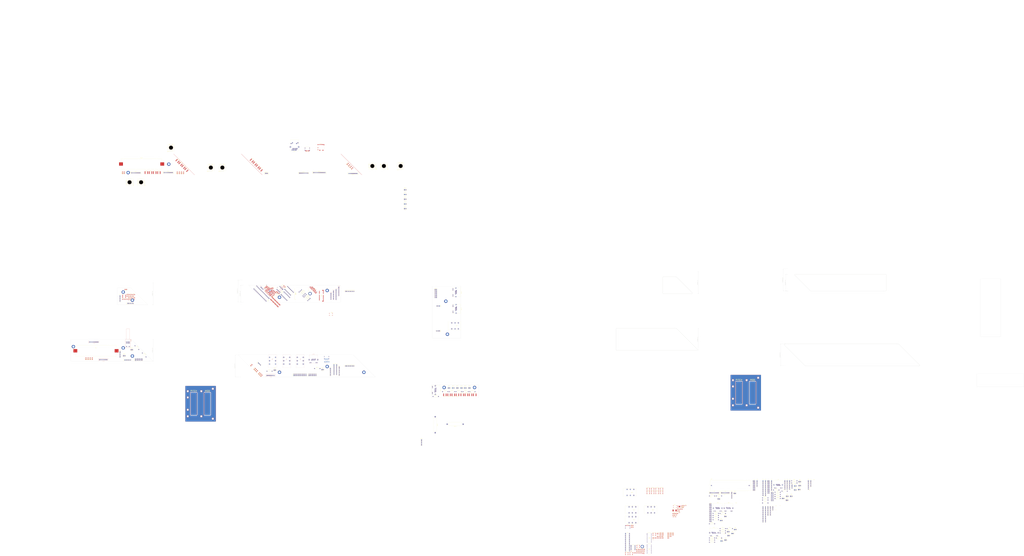
<source format=kicad_pcb>
(kicad_pcb (version 20211014) (generator pcbnew)
  (layers (0 "F.Cu" signal) (31 "B.Cu" signal) (34 "B.Paste" user) (35 "F.Paste" user) (36 "B.SilkS" user "B.Silkscreen") (37 "F.SilkS" user "F.Silkscreen") (38 "B.Mask" user) (39 "F.Mask" user) (44 "Edge.Cuts" user))
  (net 0 "")
  (net 1 "A3v3")
  (net 2 "D3v3")
  (net 4 "dac output L")
  (net 5 "dac output R")
  (net 6 "Net-(C10-Pad1)")
  (net 7 "Net-(J2-PadA5)")
  (net 8 "Net-(J2-PadB5)")
  (net 9 "Net-(D6-Pad1)")
  (net 10 "Net-(D6-Pad2)")
  (net 11 "Net-(C7-Pad1)")
  (net 12 "Net-(C7-Pad2)")
  (net 13 "Net-(C8-Pad1)")
  (net 14 "Net-(C8-Pad2)")
  (net 15 "Net-(R1-Pad2)")
  (net 16 "Net-(R2-Pad2)")
  (net 17 "Net-(R3-Pad2)")
  (net 18 "Net-(R5-Pad1)")
  (net 20 "Net-(R6-Pad1)")
  (net 24 "/bommanoid_main_top/3v3")
  (net 25 "/bommanoid_main_top/aleft")
  (net 26 "/bommanoid_main_top/agnd")
  (net 27 "Net-(U1-Pad18)")
  (net 28 "/bommanoid_main_top/d3v3")
  (net 29 "/bommanoid_main_top/aright")
  (net 30 "/bommanoid_main_top/a3v3")
  (net 31 "/bommanoid_main_top/sys_5v")
  (net 32 "Net-(J10-Pad4)")
  (net 33 "Net-(C16-Pad1)")
  (net 34 "/bommanoid_batt_top/usb_5v")
  (net 35 "Net-(C27-Pad1)")
  (net 36 "/bommanoid_batt_top/charger output +5v")
  (net 39 "audio out L")
  (net 40 "audio out R")
  (net 41 "/bommanoid_batt_top/batt+")
  (net 42 "/bommanoid_main_top/midi_in_tip")
  (net 43 "Net-(D3-Pad2)")
  (net 44 "/bommanoid_main_top/ws2812_data_1")
  (net 45 "Net-(D4-Pad2)")
  (net 46 "Net-(D5-Pad2)")
  (net 47 "/bommanoid_main_top/ws2812_data_2")
  (net 48 "/bommanoid_batt_top/korg_power_led_cathode")
  (net 49 "/bommanoid_batt_top/korg_power_led_anode")
  (net 50 "/bommanoid_main_top/+3.3v regulator output")
  (net 51 "/bommanoid_main_top/ws2812_data_3v3")
  (net 52 "Net-(C3-Pad1)")
  (net 53 "AGND")
  (net 56 "/USB VIN 5v")
  (net 57 "/USB D+")
  (net 58 "/USB D-")
  (net 59 "/Power board output +5v")
  (net 60 "Net-(D12-Pad1)")
  (net 61 "/bommanoid_main_top/led_blink_3v3")
  (net 77 "/processor_mm/5v input")
  (net 78 "/processor_mm/gnd")
  (net 79 "/processor_mm/+3.3v regulator output")
  (net 80 "/processor_mm/SDIO_DAT2")
  (net 81 "/processor_mm/SDIO_CS")
  (net 82 "/processor_mm/SDIO_MOSI")
  (net 83 "/processor_mm/SDIO_CLOCK")
  (net 84 "/processor_mm/SDIO_MISO")
  (net 85 "/processor_mm/sdio_dat1")
  (net 86 "/bommanoid_main_top/led_blink_5v")
  (net 87 "/processor_mm/usb data +")
  (net 88 "/processor_mm/usb data -")
  (net 89 "/processor_mm/GEN_LED3")
  (net 90 "/processor_mm/I2C_SDA")
  (net 91 "/processor_mm/I2C_SCL")
  (net 92 "/processor_mm/T01=MIDI OUT")
  (net 93 "/processor_mm/GEN_LED4")
  (net 94 "/processor_mm/T00 MIDI IN")
  (net 95 "/processor_mm/GEN_LED2")
  (net 96 "/processor_mm/WS2812_DATA")
  (net 97 "/processor_mm/OLED_RES")
  (net 98 "/processor_mm/OLED_DC")
  (net 99 "/processor_mm/GEN_LED1")
  (net 100 "/processor_mm/I2S_BCK_MM")
  (net 101 "/processor_mm/I2S_LRCK_MM")
  (net 102 "/processor_mm/OLED_CS")
  (net 103 "/processor_mm/I2S_DIN_MM")
  (net 104 "/processor_mm/SPI0_SCK")
  (net 105 "/processor_mm/SPI0_MOSI")
  (net 106 "/processor_mm/SPI0_MISO")
  (net 107 "/processor_mm/ENC_B")
  (net 108 "/processor_mm/ENC_A")
  (net 109 "/processor_mm/ENC_SWITCH")
  (net 110 "/bommanoid_main_top/led_act2_5v")
  (net 111 "/+3.3v regulator output")
  (net 112 "/I2S_BCK_MM")
  (net 113 "/I2S_LRCK_MM")
  (net 114 "/I2S_DIN_MM")
  (net 115 "/power_battery/gnd")
  (net 116 "/gnd from processor")
  (net 117 "/5v regulated")
  (net 118 "/bommanoid_main_top/led_act2_3v3")
  (net 119 "/usb gnd")
  (net 120 "/5v from processor")
  (net 121 "/bommanoid_main_top/led_act1_5v")
  (net 122 "/bommanoid_main_top/led_act1_3v3")
  (net 123 "/bommanoid_main_top/led_act3_3v3")
  (net 124 "/bommanoid_main_top/led_act3_5v")
  (net 125 "/bommanoid_main_top/led_rj45_yellow_3v3")
  (net 126 "/bommanoid_main_top/led_rj45_yellow_5v")
  (net 130 "/bommanoid_main_top/led_rj45_green_5v")
  (net 131 "Net-(SW6-Pad1)")
  (net 132 "/bommanoid_main_top/led_rj45_green_3v3")
  (net 133 "/power_battery/battery + 5v")
  (net 134 "Net-(IC3-Pad5)")
  (net 135 "Net-(IC3-Pad7)")
  (net 136 "/SPI0_SCK")
  (net 137 "/SPI0_MOSI")
  (net 138 "/OLED_RES")
  (net 139 "/OLED_DC")
  (net 140 "/OLED_CS")
  (net 141 "/T00 MIDI IN")
  (net 142 "/bommanoid_main_bottom/usb_5v")
  (net 148 "Net-(C3-Pad2)")
  (net 149 "Net-(C4-Pad1)")
  (net 150 "Net-(C4-Pad2)")
  (net 151 "/bommanoid_main_bottom/usb_data_+")
  (net 152 "/bommanoid_main_bottom/usb_data_-")
  (net 153 "/bommanoid_main_top/gnd")
  (net 156 "/bommanoid_batt_bottom/gnd")
  (net 157 "Net-(D1-Pad1)")
  (net 158 "Net-(D2-Pad1)")
  (net 159 "/bommanoid_main_bottom/midi_out_ring")
  (net 160 "/bommanoid_main_bottom/midi_out_tip")
  (net 163 "/bommanoid_main_bottom/agnd")
  (net 164 "/bommanoid_main_bottom/aright_post_pot")
  (net 165 "/bommanoid_main_bottom/aleft_post_pot")
  (net 168 "/bommanoid_main_bottom/midi_in_ring")
  (net 169 "/bommanoid_main_bottom/midi_in_tip")
  (net 170 "/bommanoid_main_top/midi_in_ring")
  (net 171 "/bommanoid_main_top/midi_out_ring")
  (net 172 "/bommanoid_main_top/midi_out_tip")
  (net 173 "Net-(R28-Pad2)")
  (net 174 "/bommanoid_main_top/enc_btn")
  (net 186 "/bommanoid_main_top/btn_x1")
  (net 187 "/bommanoid_main_top/I2C_SDA")
  (net 188 "/bommanoid_main_top/I2C_SCL")
  (net 189 "/bommanoid_main_top/btn_x2")
  (net 190 "/bommanoid_main_top/btn_x3")
  (net 191 "/bommanoid_main_top/btn_x4")
  (net 192 "/bommanoid_main_top/SDIO_CS")
  (net 193 "/bommanoid_main_top/btn_x5")
  (net 194 "/bommanoid_main_top/btn_x6")
  (net 195 "/bommanoid_main_top/btn_x7")
  (net 196 "/bommanoid_main_top/btn_x8")
  (net 197 "/bell/sys_5v")
  (net 198 "Net-(D27-Pad2)")
  (net 199 "/bell/gnd")
  (net 200 "/bell/ws2812_data")
  (net 201 "Net-(D28-Pad2)")
  (net 202 "Net-(D31-Pad2)")
  (net 203 "Net-(D33-Pad2)")
  (net 204 "Net-(D35-Pad2)")
  (net 205 "Net-(D36-Pad2)")
  (net 206 "Net-(D37-Pad2)")
  (net 208 "Net-(J6-PadA5)")
  (net 211 "Net-(J6-PadB5)")
  (net 212 "/cab/agnd")
  (net 213 "/cab/aright")
  (net 214 "/cab/aleft")
  (net 215 "/bommanoid_batt_bottom/batt+")
  (net 216 "/bommanoid_batt_bottom/sys_5v")
  (net 217 "Net-(D7-Pad1)")
  (net 218 "/bommanoid_main_top/I2S_LRCK_MM")
  (net 219 "/bommanoid_main_top/I2S_DIN_MM")
  (net 220 "/bommanoid_main_top/I2S_BCK_MM")
  (net 221 "Net-(R4-Pad1)")
  (net 222 "/bommanoid_main_top/T00 MIDI IN")
  (net 223 "/bommanoid_main_top/T01=MIDI OUT")
  (net 224 "/bommanoid_batt_top/gnd")
  (net 225 "/bommanoid_main_bottom/amp_5v")
  (net 226 "Net-(D8-Pad1)")
  (net 227 "Net-(D9-Pad1)")
  (net 228 "/bommanoid_main_bottom/sys_5v")
  (net 229 "Net-(D10-Pad1)")
  (net 230 "/bommanoid_main_bottom/led_blink_5v")
  (net 231 "Net-(D11-Pad1)")
  (net 232 "/bommanoid_main_bottom/led_act1_5v")
  (net 233 "/bommanoid_main_bottom/led_act2_5v")
  (net 234 "Net-(D13-Pad1)")
  (net 239 "/bommanoid_main_bottom/gnd")
  (net 240 "/bommanoid_main_bottom/led_act3_5v")
  (net 241 "Net-(D14-Pad1)")
  (net 242 "Net-(D15-Pad1)")
  (net 243 "/bommanoid_batt_bottom/chargeled_3")
  (net 244 "/bommanoid_batt_bottom/chargeled_1")
  (net 245 "/bommanoid_batt_bottom/chargeled_2")
  (net 246 "Net-(D21-Pad1)")
  (net 247 "Net-(D22-Pad1)")
  (net 248 "Net-(D23-Pad1)")
  (net 249 "/cab/sys_5v")
  (net 250 "Net-(D24-Pad1)")
  (net 251 "Net-(D25-Pad1)")
  (net 252 "/bell/amp_5v")
  (net 253 "Net-(D26-Pad1)")
  (net 254 "Net-(D29-Pad1)")
  (net 255 "/bell/led_act1_5v")
  (net 256 "Net-(D30-Pad1)")
  (net 257 "/bell/led_act2_5v")
  (net 258 "Net-(D32-Pad1)")
  (net 259 "/bell/led_act3_5v")
  (net 260 "Net-(D34-Pad1)")
  (net 261 "/bell/led_blink_5v")
  (net 262 "/bommanoid_batt_top/chargeled_1")
  (net 263 "/bommanoid_batt_top/chargeled_2")
  (net 264 "/bommanoid_batt_top/chargeled_3")
  (net 265 "/bommanoid_main_top/oled_sck")
  (net 266 "/bommanoid_main_top/oled_data")
  (net 267 "/bommanoid_main_top/oled_rst")
  (net 268 "/bommanoid_main_top/oled_dc")
  (net 269 "/bommanoid_main_top/oled_cs")
  (net 270 "/bommanoid_main_top/prg")
  (net 271 "/bommanoid_main_top/usb_data_+")
  (net 272 "/bommanoid_main_top/usb_data_-")
  (net 273 "/bommanoid_main_top/usb_5v")
  (net 274 "/bommanoid_main_top/enc_a")
  (net 275 "/bommanoid_main_top/enc_b")
  (net 276 "/bommanoid_main_bottom/btn_x1")
  (net 277 "/bommanoid_main_bottom/btn_x2")
  (net 278 "/bommanoid_main_bottom/btn_x3")
  (net 279 "/bommanoid_main_bottom/btn_x4")
  (net 280 "/bommanoid_main_bottom/btn_x5")
  (net 281 "/bommanoid_main_bottom/btn_x6")
  (net 282 "/bommanoid_main_bottom/btn_x7")
  (net 283 "/bommanoid_main_bottom/btn_x8")
  (net 284 "/bommanoid_main_bottom/enc_btn")
  (net 285 "/bommanoid_main_bottom/enc_a")
  (net 286 "/bommanoid_main_bottom/enc_b")
  (net 287 "/bommanoid_main_bottom/aleft_pre_pot")
  (net 288 "/bommanoid_main_bottom/aright_pre_pot")
  (net 289 "/bommanoid_main_bottom/3v3")
  (net 290 "/bommanoid_main_bottom/oled_sck")
  (net 291 "/bommanoid_main_bottom/oled_data")
  (net 292 "/bommanoid_main_bottom/oled_rst")
  (net 293 "/bommanoid_main_bottom/oled_dc")
  (net 294 "/bommanoid_main_bottom/oled_cs")
  (net 295 "/bommanoid_main_bottom/prg")
  (net 296 "/bommanoid_main_bottom/led_rj45_yellow_5v")
  (net 297 "/bommanoid_main_bottom/led_rj45_green_5v")
  (net 298 "/bommanoid_main_bottom/ws2812_data_5v")
  (net 299 "Net-(J17-Pad9)")
  (net 300 "Net-(J17-Pad11)")
  (net 301 "/bommanoid_batt_top/key")
  (net 302 "/bommanoid_batt_bottom/usb_5v_from_main")
  (net 303 "/bommanoid_batt_bottom/agnd")
  (net 304 "/bommanoid_batt_bottom/aleft_pre_pot")
  (net 305 "/bommanoid_batt_bottom/aright_pre_pot")
  (net 306 "/bommanoid_batt_bottom/aleft_post_pot")
  (net 307 "/bommanoid_batt_bottom/aright_post_pot")
  (net 308 "/bommanoid_batt_bottom/5v_charge_outp")
  (net 309 "/bommanoid_batt_bottom/key")
  (net 310 "/bommanoid_batt_bottom/korg_led_anode")
  (net 311 "/bommanoid_batt_bottom/korg_led_cathode")
  (net 312 "/bommanoid_batt_bottom/oct_down_sw")
  (net 313 "/bommanoid_batt_bottom/oct_up_sw")
  (net 314 "/bommanoid_batt_bottom/oct_down_green_cathode")
  (net 315 "/bommanoid_batt_bottom/oct_down_red_cathode")
  (net 316 "/bommanoid_batt_bottom/oct_up_red_cathode")
  (net 317 "/bommanoid_batt_bottom/oct_up_green_cathode")
  (net 318 "/bommanoid_batt_bottom/korg_power_led_cathode")
  (net 319 "/cab/powerbank_5v")
  (net 320 "/cab/gnd")
  (net 321 "/cab/amp_5v")
  (net 322 "/cab/led_blink_5v")
  (net 323 "/cab/led_act1_5v")
  (net 324 "/cab/led_act2_5v")
  (net 325 "/cab/led_act3_5v")
  (net 326 "/cab/ws2812_data_a")
  (net 327 "/cab/ws2812_data_b")
  (net 328 "Net-(J29-Pad9)")
  (net 329 "Net-(J29-Pad11)")
  (net 330 "Net-(J30-Pad9)")
  (net 331 "Net-(J30-Pad11)")
  (net 332 "Net-(J31-Pad9)")
  (net 333 "Net-(J31-Pad11)")
  (footprint "Diode_SMD:D_MiniMELF" (layer "F.Cu") (at -246.002762 306.909646 135)
    (fp_text reference "D12" hide)
    (fp_text value "3.3v")
  )
  (footprint "Connector_PinHeader_2.54mm:PinHeader_1x08_P2.54mm_Vertical" (layer "F.Cu") (at -201.160696 454.175034)
    (fp_text reference "REF**")
    (fp_text value "PinHeader_1x08_P2.54mm_Vertical")
  )
  (footprint "Connector_PinHeader_2.54mm:PinHeader_2x06_P2.54mm_Vertical" (layer "F.Cu") (at -253.510696 474.325034 90)
    (fp_text reference "REF**")
    (fp_text value "PinHeader_2x06_P2.54mm_Vertical")
  )
  (footprint "Capacitor_SMD:C_0805_2012Metric" (layer "F.Cu") (at -335.884626 311.66476 -135)
    (fp_text reference "C4")
    (fp_text value "0.1uF")
  )
  (footprint "Connector_PinSocket_2.54mm:PinSocket_1x08_P2.54mm_Vertical" (layer "F.Cu") (at 628.295804 675.275034)
    (fp_text reference "J8")
    (fp_text value "Conn_01x08")
  )
  (footprint "Resistor_THT:R_Axial_DIN0207_L6.3mm_D2.5mm_P10.16mm_Horizontal" (layer "F.Cu") (at 648.055804 694.825034)
    (fp_text reference "R21")
    (fp_text value "R")
  )
  (footprint "LED_SMD:LED_1206_3216Metric" (layer "F.Cu") (at -675.160696 442.050034 90)
    (fp_text reference "REF**")
    (fp_text value "LED_1206_3216Metric")
  )
  (footprint "Connector_RJ:RJ45_Amphenol_RJHSE538X" (layer "F.Cu") (at 637.315804 681.975034)
    (fp_text reference "J17")
    (fp_text value "RJ45_LED_Shielded")
  )
  (footprint "Connector_PinSocket_2.54mm:PinSocket_1x07_P2.54mm_Vertical" (layer "F.Cu") (at -183.67884 313.645868 90)
    (fp_text reference "J12")
    (fp_text value "SSD1306")
  )
  (footprint "LED_THT:LED_D5.0mm" (layer "F.Cu") (at 27.839304 498.050034)
    (fp_text reference "REF**")
    (fp_text value "LED_D5.0mm")
  )
  (footprint "Package_TO_SOT_SMD:SOT-23-5" (layer "F.Cu") (at 384.154304 812.990034)
    (fp_text reference "U3")
    (fp_text value "TLV75733PDBV")
  )
  (footprint "Resistor_SMD:R_1206_3216Metric" (layer "F.Cu") (at 372.414304 809.120034)
    (fp_text reference "R1")
    (fp_text value "22R")
  )
  (footprint "Connector_PinSocket_2.54mm:PinSocket_1x07_P2.54mm_Vertical" (layer "F.Cu") (at 698.355804 675.275034)
    (fp_text reference "J20")
    (fp_text value "Conn_01x07")
  )
  (footprint "LED_SMD:LED_1206_3216Metric" (layer "F.Cu") (at -363.716688 454.586935 45)
    (fp_text reference "REF**")
    (fp_text value "LED_1206_3216Metric")
  )
  (footprint "Resistor_SMD:R_1206_3216Metric" (layer "F.Cu") (at 383.634304 809.120034)
    (fp_text reference "R6")
    (fp_text value "4.7k")
  )
  (footprint "Connector_RJ:RJ45_Amphenol_RJHSE538X" (layer "F.Cu") (at 521.975804 726.275034)
    (fp_text reference "J30")
    (fp_text value "RJ45_LED_Shielded")
  )
  (footprint "Capacitor_SMD:C_0805_2012Metric" (layer "F.Cu") (at -240.319392 316.694236 45)
    (fp_text reference "C1" hide)
    (fp_text value "10uF")
  )
  (footprint "Connector_RJ:RJ45_Amphenol_RJMG1BD3B8K1ANR" (layer "F.Cu") (at -277.060696 41.650034 180)
    (fp_text reference "REF**")
    (fp_text value "RJ45_Amphenol_RJMG1BD3B8K1ANR")
  )
  (footprint "LED_SMD:LED_RGB_5050-6" (layer "F.Cu") (at -487.746987 82.106026 -45)
    (fp_text reference "REF**")
    (fp_text value "LED_RGB_5050-6")
  )
  (footprint "clarinoid2:Sinhoo SMTSO2530CTJ" (layer "F.Cu") (at -251.810696 318.050034)
    (fp_text reference "H4")
    (fp_text value "M.2 riser 2.5mm")
  )
  (footprint "clarinoid2:Inductor_MCS0630-1R0MN2" (layer "F.Cu") (at 443.304304 734.955034)
    (fp_text reference "L1")
    (fp_text value "1uH-psa")
  )
  (footprint "LED_SMD:LED_1206_3216Metric" (layer "F.Cu") (at -344.554094 474.456636 45)
    (fp_text reference "REF**")
    (fp_text value "LED_1206_3216Metric")
  )
  (footprint "Connector_PinHeader_2.54mm:PinHeader_1x08_P2.54mm_Vertical" (layer "F.Cu") (at -206.160696 454.175034)
    (fp_text reference "REF**")
    (fp_text value "PinHeader_1x08_P2.54mm_Vertical")
  )
  (footprint "Capacitor_SMD:C_0805_2012Metric" (layer "F.Cu") (at -320.292921 318.205498 135)
    (fp_text reference "C14")
    (fp_text value "0.1uF")
  )
  (footprint "LED_THT:LED_D5.0mm" (layer "F.Cu") (at 539.265804 788.105034)
    (fp_text reference "D26")
    (fp_text value "LED")
  )
  (footprint "Capacitor_SMD:C_0805_2012Metric" (layer "F.Cu") (at -248.238988 308.77464 -135)
    (fp_text reference "C29" hide)
    (fp_text value "1uF")
  )
  (footprint "LED_SMD:LED_RGB_5050-6" (layer "F.Cu") (at -357.403842 69.99318 -45)
    (fp_text reference "REF**")
    (fp_text value "LED_RGB_5050-6")
  )
  (footprint "LED_SMD:LED_RGB_5050-6" (layer "F.Cu") (at -363.060696 64.336325 -45)
    (fp_text reference "REF**")
    (fp_text value "LED_RGB_5050-6")
  )
  (footprint "LED_THT:LED_D5.0mm" (layer "F.Cu") (at -71.700696 120.050034)
    (fp_text reference "REF**")
    (fp_text value "LED_D5.0mm")
  )
  (footprint "LED_SMD:LED_RGB_5050-6" (layer "F.Cu") (at -504.71755 65.135463 -45)
    (fp_text reference "REF**")
    (fp_text value "LED_RGB_5050-6")
  )
  (footprint "Package_TO_SOT_SMD:SOT-23-5" (layer "F.Cu") (at 411.464304 775.740034)
    (fp_text reference "U2")
    (fp_text value "TLV75733PDBV")
  )
  (footprint "LED_THT:LED_D5.0mm" (layer "F.Cu") (at 531.765804 789.855034)
    (fp_text reference "D29")
    (fp_text value "LED")
  )
  (footprint "clarinoid2:Bourns_ENC_PEC11R-4215F-S0024 panel cutout shaft downward" (layer "F.Cu") (at -133.060696 74.650034 90)
    (fp_text reference "REF**")
    (fp_text value "ENC")
  )
  (footprint "LED_SMD:LED_RGB_5050-6" (layer "F.Cu") (at -556.060696 87.350034)
    (fp_text reference "REF**")
    (fp_text value "LED_RGB_5050-6")
  )
  (footprint "Resistor_THT:R_Axial_DIN0207_L6.3mm_D2.5mm_P10.16mm_Horizontal" (layer "F.Cu") (at 0.759304 505.050034)
    (fp_text reference "REF**")
    (fp_text value "R_Axial_DIN0207_L6.3mm_D2.5mm_P10.16mm_Horizontal")
  )
  (footprint "Package_DIP:DIP-28_W7.62mm" (layer "F.Cu") (at 349.534304 775.590034)
    (fp_text reference "U5")
    (fp_text value "MCP23017_SP")
  )
  (footprint "Connector_JST:JST_PH_B8B-PH-K_1x08_P2.00mm_Vertical" (layer "F.Cu") (at 532.955804 697.875034)
    (fp_text reference "J22")
    (fp_text value "Conn_01x08")
  )
  (footprint "Capacitor_SMD:C_1206_3216Metric" (layer "F.Cu") (at 447.554304 737.380034)
    (fp_text reference "C26")
    (fp_text value "10uF")
  )
  (footprint "Resistor_THT:R_Axial_DIN0207_L6.3mm_D2.5mm_P10.16mm_Horizontal" (layer "F.Cu") (at 509.605804 756.925034)
    (fp_text reference "R36")
    (fp_text value "R")
  )
  (footprint "Capacitor_SMD:C_1206_3216Metric" (layer "F.Cu") (at 459.574304 722.600034)
    (fp_text reference "C27")
    (fp_text value "22uF")
  )
  (footprint "Capacitor_SMD:C_1206_3216Metric" (layer "F.Cu") (at 441.904304 737.380034)
    (fp_text reference "C29")
    (fp_text value "22uF")
  )
  (footprint "Resistor_THT:R_Axial_DIN0207_L6.3mm_D2.5mm_P10.16mm_Horizontal" (layer "F.Cu") (at 634.745804 700.875034)
    (fp_text reference "R17")
    (fp_text value "R")
  )
  (footprint "MountingHole:MountingHole_3.2mm_M3_Pad_Via" (layer "F.Cu") (at -590.660696 330.550034 90)
    (fp_text reference "H5")
    (fp_text value "MountingHole")
  )
  (footprint "LED_THT:LED_D5.0mm" (layer "F.Cu") (at 42.839304 498.050034)
    (fp_text reference "REF**")
    (fp_text value "LED_D5.0mm")
  )
  (footprint "Resistor_SMD:R_1206_3216Metric" (layer "F.Cu") (at -300.637571 304.393179 135)
    (fp_text reference "R19")
    (fp_text value "220R")
  )
  (footprint "Connector_RJ:RJ45_Amphenol_RJHSE538X" (layer "F.Cu") (at 514.775804 773.255034)
    (fp_text reference "J31")
    (fp_text value "RJ45_LED_Shielded")
  )
  (footprint "Resistor_THT:R_Axial_DIN0207_L6.3mm_D2.5mm_P10.16mm_Horizontal" (layer "F.Cu") (at -270.474405 312.978966 -45)
    (fp_text reference "REF**")
    (fp_text value "R_Axial_DIN0207_L6.3mm_D2.5mm_P10.16mm_Horizontal")
  )
  (footprint "clarinoid2:Bourns_ENC_PEC11R-4215F-S0024 panel cutout shaft downward" (layer "F.Cu") (at -441.060696 77.650034)
    (fp_text reference "REF**")
    (fp_text value "ENC")
  )
  (footprint "LED_SMD:LED_WS2812B_PLCC4_5.0x5.0mm_P3.2mm" (layer "F.Cu") (at 360.539304 813.975034)
    (fp_text reference "D6")
    (fp_text value "WS2812B")
  )
  (footprint "Capacitor_SMD:C_1206_3216Metric" (layer "F.Cu") (at 450.354304 729.250034)
    (fp_text reference "C30")
    (fp_text value "22uF")
  )
  (footprint "LED_SMD:LED_RGB_5050-6" (layer "F.Cu") (at 54.239304 511.050034)
    (fp_text reference "REF**")
    (fp_text value "LED_RGB_5050-6")
  )
  (footprint "Connector_PinSocket_2.54mm:PinSocket_1x07_P2.54mm_Vertical" (layer "F.Cu") (at -183.780696 456.050034 90)
    (fp_text reference "J12")
    (fp_text value "SSD1306")
  )
  (footprint "MountingHole:MountingHole_3.2mm_M3" (layer "F.Cu") (at 519.955804 709.725034)
    (fp_text reference "H10")
    (fp_text value "MountingHole_Pad")
  )
  (footprint "LED_THT:LED_D5.0mm" (layer "F.Cu") (at 544.425804 772.055034)
    (fp_text reference "D25")
    (fp_text value "LED")
  )
  (footprint "LED_SMD:LED_1206_3216Metric" (layer "F.Cu") (at -357.282016 461.728714 45)
    (fp_text reference "REF**")
    (fp_text value "LED_1206_3216Metric")
  )
  (footprint "LED_THT:LED_D5.0mm" (layer "F.Cu") (at 679.555804 691.825034)
    (fp_text reference "D12")
    (fp_text value "LED")
  )
  (footprint "Capacitor_SMD:C_0805_2012Metric" (layer "F.Cu") (at -337.36955 306.927145 -135)
    (fp_text reference "C12")
    (fp_text value "2.2uF")
  )
  (footprint "LED_SMD:LED_RGB_5050-6" (layer "F.Cu") (at 5.239304 511.050034 180)
    (fp_text reference "REF**")
    (fp_text value "LED_RGB_5050-6")
  )
  (footprint "Capacitor_SMD:C_0805_2012Metric" (layer "F.Cu") (at -243.28924 313.724388 45)
    (fp_text reference "C26" hide)
    (fp_text value "0.1uF")
  )
  (footprint "LED_THT:LED_D5.0mm" (layer "F.Cu") (at -607.435696 436.550034)
    (fp_text reference "REF**")
    (fp_text value "LED_D5.0mm")
  )
  (footprint "Connector_Molex:Molex_Micro-Latch_53253-0970_1x09_P2.00mm_Vertical" (layer "F.Cu") (at -530.060696 87.325034)
    (fp_text reference "REF**")
    (fp_text value "Molex_Micro-Latch_53253-0970_1x09_P2.00mm_Vertical")
  )
  (footprint "LED_SMD:LED_RGB_5050-6" (layer "F.Cu") (at -564.060696 87.350034)
    (fp_text reference "REF**")
    (fp_text value "LED_RGB_5050-6")
  )
  (footprint "MountingHole:MountingHole_3.2mm_M3" (layer "F.Cu") (at 709.205804 676.925034)
    (fp_text reference "H8")
    (fp_text value "MountingHole_Pad")
  )
  (footprint "Resistor_THT:R_Axial_DIN0207_L6.3mm_D2.5mm_P10.16mm_Horizontal" (layer "F.Cu") (at -259.160696 320.050034 -45)
    (fp_text reference "REF**")
    (fp_text value "R_Axial_DIN0207_L6.3mm_D2.5mm_P10.16mm_Horizontal")
  )
  (footprint "Capacitor_SMD:C_0805_2012Metric" (layer "F.Cu") (at -311.385594 317.96963 135)
    (fp_text reference "C27")
    (fp_text value "0.1uF")
  )
  (footprint "Resistor_SMD:R_1206_3216Metric" (layer "F.Cu") (at 384.374304 805.830034)
    (fp_text reference "R13")
    (fp_text value "47R")
  )
  (footprint "Connector_PinSocket_2.54mm:PinSocket_1x03_P2.54mm_Vertical" (layer "F.Cu") (at 667.305804 683.375034)
    (fp_text reference "J18")
    (fp_text value "Conn_01x03")
  )
  (footprint "LED_THT:LED_D5.0mm" (layer "F.Cu") (at -592.935696 425.050034)
    (fp_text reference "REF**")
    (fp_text value "LED_D5.0mm")
  )
  (footprint "clarinoid2:XKB switch jlcpcb SW_TS-1187A-B-A-B" (layer "F.Cu") (at -212.060696 357.550034)
    (fp_text reference "SW6")
    (fp_text value "SW_Push")
  )
  (footprint "Resistor_SMD:R_1206_3216Metric" (layer "F.Cu") (at -596.720696 326.330034)
    (fp_text reference "R8")
    (fp_text value "100k")
  )
  (footprint "Resistor_THT:R_Axial_DIN0207_L6.3mm_D2.5mm_P10.16mm_Horizontal" (layer "F.Cu") (at 634.745804 708.975034)
    (fp_text reference "R15")
    (fp_text value "R")
  )
  (footprint "MountingHole:MountingHole_3.2mm_M3" (layer "F.Cu") (at 663.765804 696.775034)
    (fp_text reference "H5")
    (fp_text value "MountingHole_Pad")
  )
  (footprint "Resistor_THT:R_Axial_DIN0207_L6.3mm_D2.5mm_P10.16mm_Horizontal" (layer "F.Cu") (at 666.555804 674.975034)
    (fp_text reference "R22")
    (fp_text value "R")
  )
  (footprint "Resistor_SMD:R_0603_1608Metric" (layer "F.Cu") (at 452.384304 735.530034)
    (fp_text reference "R29")
    (fp_text value "0.5R")
  )
  (footprint "Resistor_THT:R_Axial_DIN0207_L6.3mm_D2.5mm_P10.16mm_Horizontal" (layer "F.Cu") (at -268.353084 310.857646 -45)
    (fp_text reference "REF**")
    (fp_text value "R_Axial_DIN0207_L6.3mm_D2.5mm_P10.16mm_Horizontal")
  )
  (footprint "Connector_Card:microSD_HC_Molex_104031-0811" (layer "F.Cu") (at -231.060696 39.237534)
    (fp_text reference "REF**")
    (fp_text value "microSD_HC_Molex_104031-0811")
  )
  (footprint "Capacitor_SMD:C_1206_3216Metric" (layer "F.Cu") (at 450.354304 732.600034)
    (fp_text reference "C16")
    (fp_text value "10uF")
  )
  (footprint "Capacitor_SMD:C_0805_2012Metric" (layer "F.Cu") (at -588.400696 329.070034)
    (fp_text reference "C2")
    (fp_text value "0.1uF")
  )
  (footprint "MountingHole:MountingHole_3.2mm_M3" (layer "F.Cu") (at 560.425804 721.225034)
    (fp_text reference "H13")
    (fp_text value "MountingHole_Pad")
  )
  (footprint "Connector_RJ:RJ45_Amphenol_RJHSE538X" (layer "F.Cu") (at 542.585804 726.275034)
    (fp_text reference "J29")
    (fp_text value "RJ45_LED_Shielded")
  )
  (footprint "MountingHole:MountingHole_3.2mm_M3" (layer "F.Cu") (at 700.005804 696.775034)
    (fp_text reference "H9")
    (fp_text value "MountingHole_Pad")
  )
  (footprint "LED_SMD:LED_RGB_5050-6" (layer "F.Cu") (at -320.20864 332.352978 45)
    (fp_text reference "REF**")
    (fp_text value "LED_RGB_5050-6")
  )
  (footprint "LED_SMD:LED_RGB_5050-6" (layer "F.Cu") (at 21.239304 511.050034 180)
    (fp_text reference "REF**")
    (fp_text value "LED_RGB_5050-6")
  )
  (footprint "Diode_SMD:D_MiniMELF" (layer "F.Cu") (at 372.784304 805.810034)
    (fp_text reference "D1")
    (fp_text value "3.3v")
  )
  (footprint "Resistor_THT:R_Axial_DIN0207_L6.3mm_D2.5mm_P10.16mm_Horizontal" (layer "F.Cu") (at 509.605804 788.105034)
    (fp_text reference "R39")
    (fp_text value "R")
  )
  (footprint "LED_SMD:LED_RGB_5050-6" (layer "F.Cu") (at -499.060696 70.792318 -45)
    (fp_text reference "REF**")
    (fp_text value "LED_RGB_5050-6")
  )
  (footprint "MountingHole:MountingHole_3.2mm_M3_Pad_Via" (layer "F.Cu") (at -703.160696 419.050034 90)
    (fp_text reference "H5")
    (fp_text value "MountingHole")
  )
  (footprint "MountingHole:MountingHole_3.2mm_M3_Pad_Via" (layer "F.Cu") (at -219.160696 457.050034)
    (fp_text reference "H2")
    (fp_text value "MountingHole")
  )
  (footprint "Connector_PinHeader_2.54mm:PinHeader_1x07_P2.54mm_Vertical" (layer "F.Cu") (at -196.160696 458.425034)
    (fp_text reference "REF**")
    (fp_text value "PinHeader_1x07_P2.54mm_Vertical")
  )
  (footprint "LED_SMD:LED_WS2812B_PLCC4_5.0x5.0mm_P3.2mm" (layer "F.Cu") (at 352.119304 813.975034)
    (fp_text reference "D3")
    (fp_text value "WS2812B")
  )
  (footprint "Connector_PinHeader_2.54mm:PinHeader_1x05_P2.54mm_Vertical" (layer "F.Cu") (at -599.235696 336.550034 90)
    (fp_text reference "REF**")
    (fp_text value "PinHeader_1x05_P2.54mm_Vertical")
  )
  (footprint "Capacitor_SMD:C_0603_1608Metric" (layer "F.Cu") (at 445.094304 743.660034)
    (fp_text reference "C32")
    (fp_text value "22uF")
  )
  (footprint "clarinoid2:Bourns_ENC_PEC11R-4215F-S0024 panel cutout shaft downward" (layer "F.Cu") (at -574.060696 105.650034 90)
    (fp_text reference "REF**")
    (fp_text value "ENC")
  )
  (footprint "MountingHole:MountingHole_3.2mm_M3_Pad_Via" (layer "F.Cu") (at 10.094304 395.550034 -90)
    (fp_text reference "H2")
    (fp_text value "MountingHole")
  )
  (footprint "clarinoid2:Kingbright PDC54 template" (layer "F.Cu") (at -278.565696 326.170034 90)
    (fp_text reference "DS**")
    (fp_text value "Kingbright PDC54" hide)
  )
  (footprint "LED_SMD:LED_WS2812B_PLCC4_5.0x5.0mm_P3.2mm" (layer "F.Cu") (at 418.354304 697.670034)
    (fp_text reference "D33")
    (fp_text value "WS2812B")
  )
  (footprint "Capacitor_SMD:C_0805_2012Metric" (layer "F.Cu") (at 431.194304 784.080034)
    (fp_text reference "C22")
    (fp_text value "22uF")
  )
  (footprint "Capacitor_SMD:C_0805_2012Metric" (layer "F.Cu") (at -587.240696 326.060034)
    (fp_text reference "C10")
    (fp_text value "0.1uF")
  )
  (footprint "Resistor_SMD:R_1206_3216Metric" (layer "F.Cu") (at -599.190696 323.040034)
    (fp_text reference "R10")
    (fp_text value "220R")
  )
  (footprint "Resistor_THT:R_Axial_DIN0207_L6.3mm_D2.5mm_P10.16mm_Horizontal" (layer "F.Cu") (at -261.282016 322.171355 -45)
    (fp_text reference "REF**")
    (fp_text value "R_Axial_DIN0207_L6.3mm_D2.5mm_P10.16mm_Horizontal")
  )
  (footprint "clarinoid2:XKB switch jlcpcb SW_TS-1187A-B-A-B" (layer "F.Cu") (at 444.029304 724.250034)
    (fp_text reference "SW1")
    (fp_text value "SW_Push")
  )
  (footprint "Resistor_THT:R_Axial_DIN0207_L6.3mm_D2.5mm_P10.16mm_Horizontal" (layer "F.Cu") (at 516.805804 749.225034)
    (fp_text reference "R37")
    (fp_text value "R")
  )
  (footprint "Connector_PinHeader_2.54mm:PinHeader_1x03_P2.54mm_Vertical" (layer "F.Cu") (at -350.160696 450.525034 45)
    (fp_text reference "REF**")
    (fp_text value "PinHeader_1x03_P2.54mm_Vertical")
  )
  (footprint "Diode_SMD:D_SOD-323" (layer "F.Cu") (at 402.594304 787.030034)
    (fp_text reference "D2")
    (fp_text value "1N4148WS")
  )
  (footprint "Connector_PinHeader_2.54mm:PinHeader_1x05_P2.54mm_Vertical" (layer "F.Cu") (at -614.160696 322.475034)
    (fp_text reference "REF**")
    (fp_text value "PinHeader_1x05_P2.54mm_Vertical")
  )
  (footprint "LED_SMD:LED_RGB_5050-6" (layer "F.Cu") (at -316.259032 336.302586 45)
    (fp_text reference "REF**")
    (fp_text value "LED_RGB_5050-6")
  )
  (footprint "Capacitor_SMD:C_0805_2012Metric" (layer "F.Cu") (at 420.714304 778.030034)
    (fp_text reference "C19")
    (fp_text value "0.1uF")
  )
  (footprint "SamacSys_Parts:21992304" (layer "F.Cu") (at -230.160696 322.050034 -90)
    (fp_text reference "U40")
    (fp_text value "APCI0108-P001A Teensy_4.0_MicroMod" hide)
  )
  (footprint "LED_THT:LED_D5.0mm" (layer "F.Cu") (at -71.700696 138.050034)
    (fp_text reference "REF**")
    (fp_text value "LED_D5.0mm")
  )
  (footprint "Resistor_SMD:R_1206_3216Metric" (layer "F.Cu") (at 367.554304 812.410034)
    (fp_text reference "R7")
    (fp_text value "4.7k")
  )
  (footprint "LED_SMD:LED_1206_3216Metric" (layer "F.Cu") (at -609.360696 87.550034 90)
    (fp_text reference "REF**")
    (fp_text value "LED_1206_3216Metric")
  )
  (footprint "Capacitor_SMD:C_0805_2012Metric" (layer "F.Cu") (at 411.594304 784.050034)
    (fp_text reference "C1")
    (fp_text value "10uF")
  )
  (footprint "Capacitor_SMD:C_0603_1608Metric" (layer "F.Cu") (at 446.734304 740.310034)
    (fp_text reference "C31")
    (fp_text value "22uF")
  )
  (footprint "MountingHole:MountingHole_3.2mm_M3_Pad_Via" (layer "F.Cu") (at 7.094304 332.550034 -90)
    (fp_text reference "H2")
    (fp_text value "MountingHole")
  )
  (footprint "Capacitor_SMD:C_0805_2012Metric" (layer "F.Cu") (at -589.710696 323.050034)
    (fp_text reference "C20")
    (fp_text value "0.1uF")
  )
  (footprint "Capacitor_SMD:C_0805_2012Metric" (layer "F.Cu") (at 420.014304 781.040034)
    (fp_text reference "C6")
    (fp_text value "10uF")
  )
  (footprint "MountingHole:MountingHole_3.2mm_M3" (layer "F.Cu") (at 650.455804 700.825034)
    (fp_text reference "H6")
    (fp_text value "MountingHole_Pad")
  )
  (footprint "Capacitor_SMD:C_0805_2012Metric" (layer "F.Cu") (at -322.944572 307.351409 135)
    (fp_text reference "C8")
    (fp_text value "2.2uF")
  )
  (footprint "Resistor_THT:R_Axial_DIN0207_L6.3mm_D2.5mm_P10.16mm_Horizontal" (layer "F.Cu") (at -17.160696 514.050034)
    (fp_text reference "REF**")
    (fp_text value "R_Axial_DIN0207_L6.3mm_D2.5mm_P10.16mm_Horizontal")
  )
  (footprint "Connector_PinSocket_2.54mm:PinSocket_1x05_P2.54mm_Vertical" (layer "F.Cu") (at 552.255804 697.675034)
    (fp_text reference "J24")
    (fp_text value "Conn_01x05")
  )
  (footprint "clarinoid2:Bourns_ENC_PEC11R-4215F-S0024 panel cutout shaft downward" (layer "F.Cu") (at -111.060696 74.650034 90)
    (fp_text reference "REF**")
    (fp_text value "ENC")
  )
  (footprint "Capacitor_SMD:C_0805_2012Metric" (layer "F.Cu") (at -327.611477 319.93791 45)
    (fp_text reference "C5")
    (fp_text value "10uF")
  )
  (footprint "Capacitor_SMD:C_0805_2012Metric" (layer "F.Cu") (at -591.690696 326.060034)
    (fp_text reference "C15")
    (fp_text value "0.1uF")
  )
  (footprint "LED_THT:LED_D5.0mm" (layer "F.Cu") (at 552.575804 775.555034)
    (fp_text reference "D34")
    (fp_text value "LED")
  )
  (footprint "LED_THT:LED_D5.0mm" (layer "F.Cu") (at 672.055804 684.825034)
    (fp_text reference "D13")
    (fp_text value "LED")
  )
  (footprint "LED_SMD:LED_1206_3216Metric" (layer "F.Cu") (at -493.060696 87.650034 90)
    (fp_text reference "REF**")
    (fp_text value "LED_1206_3216Metric")
  )
  (footprint "clarinoid2:Sinhoo SMTSO2530CTJ" (layer "F.Cu") (at 381.804304 800.410034)
    (fp_text reference "H1")
    (fp_text value "M.2 riser 2.5mm")
  )
  (footprint "LED_THT:LED_D5.0mm" (layer "F.Cu") (at 680.765804 676.725034)
    (fp_text reference "D8")
    (fp_text value "LED")
  )
  (footprint "LED_SMD:LED_WS2812B_PLCC4_5.0x5.0mm_P3.2mm" (layer "F.Cu") (at 401.514304 697.670034)
    (fp_text reference "D35")
    (fp_text value "WS2812B")
  )
  (footprint "Connector_PinHeader_2.54mm:PinHeader_1x03_P2.54mm_Vertical" (layer "F.Cu") (at -4.905696 341.550034 -90)
    (fp_text reference "REF**")
    (fp_text value "PinHeader_1x03_P2.54mm_Vertical")
  )
  (footprint "NetTie:NetTie-2_SMD_Pad0.5mm" (layer "F.Cu") (at -329.732797 316.82664 45)
    (fp_text reference "NT1" hide)
    (fp_text value "NetTie_2")
  )
  (footprint "Capacitor_SMD:C_0805_2012Metric" (layer "F.Cu") (at -334.894676 304.452271 45)
    (fp_text reference "C9")
    (fp_text value "2.2uF")
  )
  (footprint "LED_THT:LED_D5.0mm" (layer "F.Cu") (at 526.405804 709.525034)
    (fp_text reference "D21")
    (fp_text value "LED")
  )
  (footprint "Connector_USB:USB_C_Receptacle_HRO_TYPE-C-31-M-12" (layer "F.Cu") (at -257.060696 41.650034 180)
    (fp_text reference "REF**")
    (fp_text value "USB_C_Receptacle_HRO_TYPE-C-31-M-12")
  )
  (footprint "LED_SMD:LED_1206_3216Metric" (layer "F.Cu") (at -497.060696 87.650034 90)
    (fp_text reference "REF**")
    (fp_text value "LED_1206_3216Metric")
  )
  (footprint "LED_THT:LED_D5.0mm" (layer "F.Cu") (at 538.965804 742.875034)
    (fp_text reference "D23")
    (fp_text value "LED")
  )
  (footprint "MountingHole:MountingHole_3.2mm_M3_Pad_Via" (layer "F.Cu") (at 61.839304 497.050034)
    (fp_text reference "H2")
    (fp_text value "MountingHole")
  )
  (footprint "LED_THT:LED_D5.0mm" (layer "F.Cu") (at 648.955804 708.575034)
    (fp_text reference "D11")
    (fp_text value "LED")
  )
  (footprint "Resistor_THT:R_Axial_DIN0207_L6.3mm_D2.5mm_P10.16mm_Horizontal" (layer "F.Cu") (at 611.145804 707.525034)
    (fp_text reference "R20")
    (fp_text value "R")
  )
  (footprint "Capacitor_SMD:C_0805_2012Metric" (layer "F.Cu") (at 416.044304 784.050034)
    (fp_text reference "C9")
    (fp_text value "0.1uF")
  )
  (footprint "clarinoid2:Bourns_ENC_PEC11R-4215F-S0024 panel cutout shaft downward" (layer "F.Cu") (at -79.060696 74.650034)
    (fp_text reference "REF**")
    (fp_text value "ENC")
  )
  (footprint "LED_THT:LED_D5.0mm" (layer "F.Cu") (at 557.005804 698.925034)
    (fp_text reference "D22")
    (fp_text value "LED")
  )
  (footprint "Resistor_SMD:R_1206_3216Metric" (layer "F.Cu") (at 378.024304 809.120034)
    (fp_text reference "R4")
    (fp_text value "470R")
  )
  (footprint "LED_SMD:LED_RGB_5050-6" (layer "F.Cu") (at -351.746988 75.650034 -45)
    (fp_text reference "REF**")
    (fp_text value "LED_RGB_5050-6")
  )
  (footprint "clarinoid2:Teensy_4.0_MicroMod outline fab" (layer "F.Cu") (at 368.484304 787.775034)
    (fp_text reference "U6" hide)
    (fp_text value "Micromod outline" hide)
  )
  (footprint "Battery:BatteryHolder_Keystone_1042_1x18650" (layer "F.Cu") (at -573.060696 70.850034)
    (fp_text reference "REF**")
    (fp_text value "BatteryHolder_Keystone_1042_1x18650")
  )
  (footprint "MountingHole:MountingHole_3.2mm_M3" (layer "F.Cu") (at 532.515804 743.075034)
    (fp_text reference "H14")
    (fp_text value "MountingHole_Pad")
  )
  (footprint "Resistor_SMD:R_1206_3216Metric" (layer "F.Cu") (at -599.190696 319.750034)
    (fp_text reference "R7")
    (fp_text value "4.7k")
  )
  (footprint "Resistor_THT:R_Axial_DIN0207_L6.3mm_D2.5mm_P10.16mm_Horizontal" (layer "F.Cu") (at 52.759304 505.050034)
    (fp_text reference "REF**")
    (fp_text value "R_Axial_DIN0207_L6.3mm_D2.5mm_P10.16mm_Horizontal")
  )
  (footprint "Battery:BatteryHolder_Keystone_1042_1x18650" (layer "F.Cu") (at -660.160696 427.050034)
    (fp_text reference "BT1")
    (fp_text value "Battery_Cell")
  )
  (footprint "LED_SMD:LED_RGB_5050-6" (layer "F.Cu") (at 62.239304 511.050034)
    (fp_text reference "REF**")
    (fp_text value "LED_RGB_5050-6")
  )
  (footprint "Resistor_THT:R_Axial_DIN0207_L6.3mm_D2.5mm_P10.16mm_Horizontal" (layer "F.Cu") (at 516.805804 741.125034)
    (fp_text reference "R33")
    (fp_text value "R")
  )
  (footprint "Resistor_SMD:R_1206_3216Metric" (layer "F.Cu") (at 362.404304 763.560034)
    (fp_text reference "R25")
    (fp_text value "5.1k")
  )
  (footprint "Resistor_THT:R_Axial_DIN0207_L6.3mm_D2.5mm_P10.16mm_Horizontal" (layer "F.Cu") (at -263.403337 324.292675 -45)
    (fp_text reference "REF**")
    (fp_text value "R_Axial_DIN0207_L6.3mm_D2.5mm_P10.16mm_Horizontal")
  )
  (footprint "clarinoid2:Bourns_ENC_PEC11R-4215F-S0024 panel cutout shaft downward" (layer "F.Cu") (at -596.060696 105.650034 90)
    (fp_text reference "REF**")
    (fp_text value "ENC")
  )
  (footprint "Capacitor_SMD:C_0805_2012Metric" (layer "F.Cu") (at 415.564304 781.040034)
    (fp_text reference "C17")
    (fp_text value "1uF")
  )
  (footprint "Capacitor_SMD:C_0805_2012Metric" (layer "F.Cu") (at -597.300696 329.480034)
    (fp_text reference "C14")
    (fp_text value "0.22uF")
  )
  (footprint "Resistor_THT:R_Axial_DIN0207_L6.3mm_D2.5mm_P10.16mm_Horizontal" (layer "F.Cu") (at -243.160696 461.050034)
    (fp_text reference "REF**")
    (fp_text value "R_Axial_DIN0207_L6.3mm_D2.5mm_P10.16mm_Horizontal")
  )
  (footprint "clarinoid2:Teensy_4.0_MicroMod outline fab" (layer "F.Cu") (at -240.060696 71.650034 180)
    (fp_text reference "U?" hide)
    (fp_text value "Teensy_4.0_MicroMod" hide)
  )
  (footprint "LED_SMD:LED_1206_3216Metric" (layer "F.Cu") (at -671.160696 442.050034 90)
    (fp_text reference "REF**")
    (fp_text value "LED_1206_3216Metric")
  )
  (footprint "Package_DIP:DIP-8_W7.62mm" (layer "F.Cu") (at 360.384304 798.710034)
    (fp_text reference "U7")
    (fp_text value "6N138")
  )
  (footprint "clarinoid2:SSD1306_128x64_approximate" (layer "F.Cu") (at -218.060696 70.650034)
    (fp_text reference "REF**" hide)
    (fp_text value "SSD1306_128x64_approximate")
  )
  (footprint "LED_THT:LED_D5.0mm" (layer "F.Cu") (at 656.455804 712.075034)
    (fp_text reference "D9")
    (fp_text value "LED")
  )
  (footprint "Connector_PinHeader_2.54mm:PinHeader_2x10_P2.54mm_Vertical" (layer "F.Cu") (at 621.095804 675.275034)
    (fp_text reference "J7")
    (fp_text value "Conn_02x10_Odd_Even")
  )
  (footprint "MountingHole:MountingHole_3.2mm_M3_Pad_Via" (layer "F.Cu") (at -590.660696 437.050034 90)
    (fp_text reference "H5")
    (fp_text value "MountingHole")
  )
  (footprint "Resistor_THT:R_Axial_DIN0207_L6.3mm_D2.5mm_P10.16mm_Horizontal" (layer "F.Cu") (at 666.555804 679.025034)
    (fp_text reference "R16")
    (fp_text value "R")
  )
  (footprint "Connector_RJ:RJ45_Amphenol_RJHSE538X" (layer "F.Cu") (at 27.469304 343.490034 -90)
    (fp_text reference "REF**")
    (fp_text value "RJ45_Amphenol_RJHSE538X")
  )
  (footprint "Resistor_SMD:R_1206_3216Metric" (layer "F.Cu") (at -333.763306 308.129226 135)
    (fp_text reference "R6")
    (fp_text value "470R")
  )
  (footprint "Connector_JST:JST_PH_B9B-PH-K_1x09_P2.00mm_Vertical" (layer "F.Cu") (at 511.005804 697.875034)
    (fp_text reference "J25")
    (fp_text value "Conn_01x09")
  )
  (footprint "LED_SMD:LED_1206_3216Metric" (layer "F.Cu") (at -177.24232 73.488512 45)
    (fp_text reference "REF**")
    (fp_text value "LED_1206_3216Metric")
  )
  (footprint "Connector_PinHeader_2.54mm:PinHeader_2x10_P2.54mm_Vertical" (layer "F.Cu") (at -282.585696 474.325034 90)
    (fp_text reference "REF**")
    (fp_text value "PinHeader_2x10_P2.54mm_Vertical")
  )
  (footprint "Capacitor_SMD:C_0805_2012Metric" (layer "F.Cu") (at -249.723912 307.289716 -135)
    (fp_text reference "C30" hide)
    (fp_text value "0.22uF")
  )
  (footprint "Capacitor_SMD:C_0805_2012Metric" (layer "F.Cu") (at 416.264304 778.030034)
    (fp_text reference "C11")
    (fp_text value "10uF")
  )
  (footprint "LED_SMD:LED_0805_2012Metric" (layer "F.Cu") (at 458.994304 725.795034)
    (fp_text reference "D16")
    (fp_text value "korgpwr")
  )
  (footprint "Resistor_THT:R_Axial_DIN0207_L6.3mm_D2.5mm_P10.16mm_Horizontal" (layer "F.Cu") (at 509.605804 784.055034)
    (fp_text reference "R38")
    (fp_text value "R")
  )
  (footprint "Resistor_THT:R_Axial_DIN0207_L6.3mm_D2.5mm_P10.16mm_Horizontal" (layer "F.Cu") (at 611.145804 717.275034)
    (fp_text reference "R23")
    (fp_text value "R")
  )
  (footprint "Package_DIP:DIP-14_W7.62mm" (layer "F.Cu") (at -306.905696 320.050034 45)
    (fp_text reference "REF**")
    (fp_text value "DIP-14_W7.62mm")
  )
  (footprint "Connector_PinSocket_2.54mm:PinSocket_1x07_P2.54mm_Vertical" (layer "F.Cu") (at 662.705804 675.275034)
    (fp_text reference "J19")
    (fp_text value "Conn_01x07")
  )
  (footprint "Connector_Molex:Molex_Micro-Latch_53253-0970_1x09_P2.00mm_Vertical" (layer "F.Cu") (at -592.060696 87.650034)
    (fp_text reference "REF**")
    (fp_text value "Molex_Micro-Latch_53253-0970_1x09_P2.00mm_Vertical")
  )
  (footprint "Resistor_SMD:R_1206_3216Metric" (layer "F.Cu") (at 373.164304 812.410034)
    (fp_text reference "R5")
    (fp_text value "470R")
  )
  (footprint "LED_SMD:LED_RGB_5050-6" (layer "F.Cu") (at 38.239304 511.050034)
    (fp_text reference "REF**")
    (fp_text value "LED_RGB_5050-6")
  )
  (footprint "Capacitor_SMD:C_0805_2012Metric" (layer "F.Cu") (at -322.767795 315.730624 -45)
    (fp_text reference "C11")
    (fp_text value "10uF")
  )
  (footprint "LED_THT:LED_D5.0mm" (layer "F.Cu") (at 545.075804 779.605034)
    (fp_text reference "D30")
    (fp_text value "LED")
  )
  (footprint "Capacitor_SMD:C_0805_2012Metric" (layer "F.Cu") (at -329.096401 318.452985 45)
    (fp_text reference "C6")
    (fp_text value "0.1uF")
  )
  (footprint "LED_SMD:LED_WS2812B_PLCC4_5.0x5.0mm_P3.2mm" (layer "F.Cu") (at 418.354304 691.050034)
    (fp_text reference "D36")
    (fp_text value "WS2812B")
  )
  (footprint "LED_SMD:LED_1206_3216Metric" (layer "F.Cu") (at -603.160696 310.050034 180)
    (fp_text reference "REF**")
    (fp_text value "LED_1206_3216Metric")
  )
  (footprint "clarinoid2:Teensy_4.0_MicroMod outline fab" (layer "F.Cu") (at -234.310696 319.350034 180)
    (fp_text reference "U41" hide)
    (fp_text value "Micromod outline" hide)
  )
  (footprint "LED_SMD:LED_WS2812B_PLCC4_5.0x5.0mm_P3.2mm" (layer "F.Cu") (at 401.514304 691.050034)
    (fp_text reference "D31")
    (fp_text value "WS2812B")
  )
  (footprint "Capacitor_SMD:C_0805_2012Metric" (layer "F.Cu") (at 435.644304 778.060034)
    (fp_text reference "C23")
    (fp_text value "22uF")
  )
  (footprint "Connector_PinHeader_2.54mm:PinHeader_1x07_P2.54mm_Vertical" (layer "F.Cu") (at 625.845804 725.215034)
    (fp_text reference "J1")
    (fp_text value "Conn_01x07")
  )
  (footprint "Resistor_THT:R_Axial_DIN0207_L6.3mm_D2.5mm_P10.16mm_Horizontal" (layer "F.Cu") (at 634.745804 696.825034)
    (fp_text reference "R18")
    (fp_text value "R")
  )
  (footprint "Connector_PinHeader_2.54mm:PinHeader_2x07_P2.54mm_Vertical" (layer "F.Cu") (at 628.295804 697.675034)
    (fp_text reference "J9")
    (fp_text value "Conn_02x04_Odd_Even")
  )
  (footprint "Package_DIP:DIP-8_W7.62mm" (layer "F.Cu") (at -304.031684 310.050034 -135)
    (fp_text reference "U8")
    (fp_text value "6N138")
  )
  (footprint "LED_SMD:LED_1206_3216Metric" (layer "F.Cu") (at -171.585465 79.145367 45)
    (fp_text reference "REF**")
    (fp_text value "LED_1206_3216Metric")
  )
  (footprint "Resistor_SMD:R_0603_1608Metric" (layer "F.Cu") (at 441.084304 743.660034)
    (fp_text reference "R28")
    (fp_text value "10k")
  )
  (footprint "Resistor_SMD:R_1206_3216Metric" (layer "F.Cu") (at -607.940696 328.810034)
    (fp_text reference "R9")
    (fp_text value "100k")
  )
  (footprint "Connector_RJ:RJ45_Amphenol_RJHSE538X" (layer "F.Cu") (at -12.035696 498.490034 -90)
    (fp_text reference "REF**")
    (fp_text value "RJ45_Amphenol_RJHSE538X")
  )
  (footprint "Resistor_SMD:R_1206_3216Metric" (layer "F.Cu") (at 378.764304 805.830034)
    (fp_text reference "R11")
    (fp_text value "470R")
  )
  (footprint "clarinoid2:SSD1306_128x64_approximate" (layer "F.Cu") (at -190.065696 312.145034)
    (fp_text reference "U12" hide)
    (fp_text value "ssd1306_graphic")
  )
  (footprint "Capacitor_SMD:C_0805_2012Metric" (layer "F.Cu") (at -241.804316 315.209312 45)
    (fp_text reference "C2" hide)
    (fp_text value "0.22uF")
  )
  (footprint "LED_SMD:LED_0805_2012Metric" (layer "F.Cu") (at 435.664304 775.035034)
    (fp_text reference "D19")
    (fp_text value "75%")
  )
  (footprint "Capacitor_SMD:C_0805_2012Metric" (layer "F.Cu") (at 420.494304 784.050034)
    (fp_text reference "C13")
    (fp_text value "10uF")
  )
  (footprint "Connector_PinHeader_2.54mm:PinHeader_1x05_P2.54mm_Vertical" (layer "F.Cu") (at -614.160696 428.975034)
    (fp_text reference "REF**")
    (fp_text value "PinHeader_1x05_P2.54mm_Vertical")
  )
  (footprint "Connector_PinSocket_2.54mm:PinSocket_1x12_P2.54mm_Vertical" (layer "F.Cu") (at 611.895804 675.275034)
    (fp_text reference "J15")
    (fp_text value "Conn_01x12")
  )
  (footprint "LED_SMD:LED_1206_3216Metric" (layer "F.Cu") (at -606.060696 87.550034 90)
    (fp_text reference "REF**")
    (fp_text value "LED_1206_3216Metric")
  )
  (footprint "Connector_PinSocket_2.54mm:PinSocket_1x07_P2.54mm_Vertical" (layer "F.Cu") (at 658.105804 675.275034)
    (fp_text reference "J10")
    (fp_text value "Conn_01x07")
  )
  (footprint "LED_SMD:LED_WS2812B_PLCC4_5.0x5.0mm_P3.2mm" (layer "F.Cu") (at 409.934304 697.670034)
    (fp_text reference "D28")
    (fp_text value "WS2812B")
  )
  (footprint "Resistor_THT:R_Axial_DIN0207_L6.3mm_D2.5mm_P10.16mm_Horizontal" (layer "F.Cu") (at -334.240696 466.050034)
    (fp_text reference "REF**")
    (fp_text value "R_Axial_DIN0207_L6.3mm_D2.5mm_P10.16mm_Horizontal")
  )
  (footprint "Resistor_SMD:R_1206_3216Metric" (layer "F.Cu") (at -314.638286 315.282624 135)
    (fp_text reference "R22")
    (fp_text value "470R")
  )
  (footprint "Resistor_THT:R_Axial_DIN0207_L6.3mm_D2.5mm_P10.16mm_Horizontal" (layer "F.Cu") (at 530.215804 774.355034)
    (fp_text reference "R45")
    (fp_text value "R")
  )
  (footprint "LED_SMD:LED_0805_2012Metric" (layer "F.Cu") (at 440.114304 778.045034)
    (fp_text reference "D18")
    (fp_text value "50%")
  )
  (footprint "LED_THT:LED_D5.0mm" (layer "F.Cu") (at 50.839304 498.050034)
    (fp_text reference "REF**")
    (fp_text value "LED_D5.0mm")
  )
  (footprint "Connector_PinHeader_2.54mm:PinHeader_1x07_P2.54mm_Vertical" (layer "F.Cu") (at 621.195804 725.215034)
    (fp_text reference "J2")
    (fp_text value "Conn_01x07")
  )
  (footprint "MountingHole:MountingHole_3.2mm_M3" (layer "F.Cu") (at 512.005804 709.725034)
    (fp_text reference "H12")
    (fp_text value "MountingHole_Pad")
  )
  (footprint "SamacSys_Parts:ACJSMHOM" (layer "F.Cu") (at 356.509304 736.065034)
    (fp_text reference "J14")
    (fp_text value "Amphenol ACJS-MHOM" hide)
  )
  (footprint "Resistor_SMD:R_1206_3216Metric" (layer "F.Cu") (at -593.580696 319.900034)
    (fp_text reference "R3")
    (fp_text value "22R")
  )
  (footprint "LED_THT:LED_D5.0mm" (layer "F.Cu") (at -71.700696 129.050034)
    (fp_text reference "REF**")
    (fp_text value "LED_D5.0mm")
  )
  (footprint "SamacSys_Parts:ACJSMHOM" (layer "F.Cu") (at 392.309304 736.065034)
    (fp_text reference "J12")
    (fp_text value "Amphenol ACJS-MHOM" hide)
  )
  (footprint "clarinoid2:USB_C_Receptacle_XKB_U262-16XN-4BVC11" (layer "F.Cu") (at 353.754304 763.900034)
    (fp_text reference "J6")
    (fp_text value "XKB_U262-16XN-4BVC11 USB-C recept")
  )
  (footprint "Connector_PinSocket_2.54mm:PinSocket_1x05_P2.54mm_Vertical" (layer "F.Cu") (at 600.675804 675.275034)
    (fp_text reference "J23")
    (fp_text value "Conn_01x05")
  )
  (footprint "Resistor_SMD:R_1206_3216Metric" (layer "F.Cu") (at -242.396518 310.515891 -45)
    (fp_text reference "R14")
    (fp_text value "100k")
  )
  (footprint "MountingHole:MountingHole_3.2mm_M3" (layer "F.Cu") (at 538.625804 780.355034)
    (fp_text reference "H15")
    (fp_text value "MountingHole_Pad")
  )
  (footprint "Resistor_SMD:R_1206_3216Metric" (layer "F.Cu") (at -587.970696 319.900034)
    (fp_text reference "R12")
    (fp_text value "47R")
  )
  (footprint "Capacitor_SMD:C_0805_2012Metric" (layer "F.Cu") (at 440.094304 775.020034)
    (fp_text reference "C24")
    (fp_text value "22uF")
  )
  (footprint "Capacitor_SMD:C_0805_2012Metric" (layer "F.Cu") (at 402.694304 784.050034)
    (fp_text reference "C8")
    (fp_text value "2.2uF")
  )
  (footprint "Resistor_THT:R_Axial_DIN0207_L6.3mm_D2.5mm_P10.16mm_Horizontal" (layer "F.Cu") (at 530.115804 737.075034)
    (fp_text reference "R35")
    (fp_text value "R")
  )
  (footprint "Resistor_SMD:R_1206_3216Metric" (layer "F.Cu") (at -325.631578 322.766337 135)
    (fp_text reference "R3")
    (fp_text value "22R")
  )
  (footprint "clarinoid2:Amphenol ACJS-MHOM" (layer "F.Cu") (at 18.294304 385.265034)
    (fp_text reference "J**")
    (fp_text value "Amphenol ACJS-MHOM" hide)
  )
  (footprint "Connector_RJ:RJ45_Amphenol_RJHSE538X" (layer "F.Cu") (at 27.169304 311.990034 -90)
    (fp_text reference "REF**")
    (fp_text value "RJ45_Amphenol_RJHSE538X")
  )
  (footprint "clarinoid2:KEYSTONE_1043" (layer "F.Cu") (at 549.594304 684.050034)
    (fp_text reference "BT1")
    (fp_text value "Battery_Cell")
  )
  (footprint "LED_SMD:LED_0805_2012Metric" (layer "F.Cu") (at 435.664304 781.085034)
    (fp_text reference "D17")
    (fp_text value "25%")
  )
  (footprint "Resistor_THT:R_Axial_DIN0207_L6.3mm_D2.5mm_P10.16mm_Horizontal" (layer "F.Cu") (at 26.759304 505.050034)
    (fp_text reference "REF**")
    (fp_text value "R_Axial_DIN0207_L6.3mm_D2.5mm_P10.16mm_Horizontal")
  )
  (footprint "Capacitor_SMD:C_0805_2012Metric" (layer "F.Cu") (at -318.166298 316.078874 -45)
    (fp_text reference "C13")
    (fp_text value "0.1uF")
  )
  (footprint "LED_SMD:LED_WS2812B_PLCC4_5.0x5.0mm_P3.2mm" (layer "F.Cu") (at 373.819304 799.945034)
    (fp_text reference "D4")
    (fp_text value "WS2812B")
  )
  (footprint "LED_SMD:LED_1206_3216Metric" (layer "F.Cu") (at -353.039375 465.971354 45)
    (fp_text reference "REF**")
    (fp_text value "LED_1206_3216Metric")
  )
  (footprint "Connector_PinSocket_2.54mm:PinSocket_1x07_P2.54mm_Vertical" (layer "F.Cu") (at 653.505804 675.275034)
    (fp_text reference "J13")
    (fp_text value "Conn_01x07")
  )
  (footprint "MountingHole:MountingHole_3.2mm_M3" (layer "F.Cu") (at 636.795804 726.865034)
    (fp_text reference "H3")
    (fp_text value "MountingHole_Pad")
  )
  (footprint "MountingHole:MountingHole_3.2mm_M3_Pad_Via" (layer "F.Cu") (at -149.160696 468.050034)
    (fp_text reference "H2")
    (fp_text value "MountingHole")
  )
  (footprint "clarinoid2:SSD1306_128x64_approximate" (layer "F.Cu") (at 384.459304 740.525034)
    (fp_text reference "U8" hide)
    (fp_text value "ssd1306_graphic")
  )
  (footprint "LED_SMD:LED_RGB_5050-6" (layer "F.Cu") (at 29.239304 511.050034 180)
    (fp_text reference "REF**")
    (fp_text value "LED_RGB_5050-6")
  )
  (footprint "Resistor_THT:R_Axial_DIN0207_L6.3mm_D2.5mm_P10.16mm_Horizontal" (layer "F.Cu") (at -272.595725 315.100287 -45)
    (fp_text reference "REF**")
    (fp_text value "R_Axial_DIN0207_L6.3mm_D2.5mm_P10.16mm_Horizontal")
  )
  (footprint "clarinoid2:Bourns_ENC_PEC11R-4215F-S0024 panel cutout shaft downward" (layer "F.Cu") (at -517.060696 39.650034)
    (fp_text reference "REF**")
    (fp_text value "ENC")
  )
  (footprint "Resistor_SMD:R_1206_3216Metric" (layer "F.Cu") (at 362.404304 760.270034)
    (fp_text reference "R14")
    (fp_text value "5.1k")
  )
  (footprint "Resistor_THT:R_Axial_Power_L25.0mm_W6.4mm_P30.48mm" (layer "F.Cu") (at 40.084304 567.050034 180)
    (fp_text reference "REF**")
    (fp_text value "R_Axial_Power_L25.0mm_W6.4mm_P30.48mm")
  )
  (footprint "LED_SMD:LED_RGB_5050-6" (layer "F.Cu") (at -548.060696 87.350034)
    (fp_text reference "REF**")
    (fp_text value "LED_RGB_5050-6")
  )
  (footprint "LED_SMD:LED_WS2812B_PLCC4_5.0x5.0mm_P3.2mm" (layer "F.Cu") (at 404.679304 776.825034)
    (fp_text reference "D5")
    (fp_text value "WS2812B")
  )
  (footprint "LED_THT:LED_D5.0mm" (layer "F.Cu") (at 35.839304 498.050034)
    (fp_text reference "REF**")
    (fp_text value "LED_D5.0mm")
  )
  (footprint "Resistor_THT:R_Axial_DIN0207_L6.3mm_D2.5mm_P10.16mm_Horizontal" (layer "F.Cu") (at 13.759304 505.050034)
    (fp_text reference "REF**")
    (fp_text value "R_Axial_DIN0207_L6.3mm_D2.5mm_P10.16mm_Horizontal")
  )
  (footprint "LED_SMD:LED_1206_3216Metric" (layer "F.Cu") (at -348.796735 470.213995 45)
    (fp_text reference "REF**")
    (fp_text value "LED_1206_3216Metric")
  )
  (footprint "LED_SMD:LED_WS2812B_PLCC4_5.0x5.0mm_P3.2mm" (layer "F.Cu") (at 393.094304 691.050034)
    (fp_text reference "D27")
    (fp_text value "WS2812B")
  )
  (footprint "Resistor_SMD:R_1206_3216Metric" (layer "F.Cu") (at -322.237465 319.372224 135)
    (fp_text reference "R1")
    (fp_text value "22R")
  )
  (footprint "NetTie:NetTie-2_SMD_Pad0.5mm" (layer "F.Cu") (at 360.284304 809.410034)
    (fp_text reference "NT1")
    (fp_text value "NetTie_2")
  )
  (footprint "SamacSys_Parts:ACJSMHOM" (layer "F.Cu") (at 356.509304 754.915034)
    (fp_text reference "J11")
    (fp_text value "Amphenol ACJS-MHOM" hide)
  )
  (footprint "SamacSys_Parts:DIP794W53P254L1930H508Q14N" (layer "F.Cu") (at 394.999304 784.135034)
    (fp_text reference "IC2")
    (fp_text value "SN74AHCT125N" hide)
  )
  (footprint "Resistor_SMD:R_1206_3216Metric" (layer "F.Cu") (at -602.330696 328.810034)
    (fp_text reference "R6")
    (fp_text value "4.7k")
  )
  (footprint "Connector_Molex:Molex_Micro-Latch_53253-0370_1x03_P2.00mm_Vertical" (layer "F.Cu") (at -337.060696 88.650034)
    (fp_text reference "REF**")
    (fp_text value "Molex_Micro-Latch_53253-0370_1x03_P2.00mm_Vertical")
  )
  (footprint "LED_THT:LED_D5.0mm" (layer "F.Cu") (at 19.839304 498.050034)
    (fp_text reference "REF**")
    (fp_text value "LED_D5.0mm")
  )
  (footprint "clarinoid2:SSD1306_128x64_approximate" (layer "F.Cu") (at -190.167552 454.5492)
    (fp_text reference "U12" hide)
    (fp_text value "ssd1306_graphic")
  )
  (footprint "SamacSys_Parts:ACJSMHOM" (layer "F.Cu") (at 352.724304 702.880034)
    (fp_text reference "J27")
    (fp_text value "Amphenol ACJS-MHOM" hide)
  )
  (footprint "MountingHole:MountingHole_3.2mm_M3_Pad_Via" (layer "F.Cu") (at -598.760696 87.250034 90)
    (fp_text reference "H5")
    (fp_text value "MountingHole")
  )
  (footprint "Connector_PinHeader_2.54mm:PinHeader_1x12_P2.54mm_Vertical" (layer "F.Cu") (at 611.895804 725.215034)
    (fp_text reference "J4")
    (fp_text value "Conn_01x12")
  )
  (footprint "Capacitor_SMD:C_0805_2012Metric" (layer "F.Cu") (at -334.399702 313.149685 -135)
    (fp_text reference "C3")
    (fp_text value "10uF")
  )
  (footprint "MountingHole:MountingHole_3.2mm_M3_Pad_Via" (layer "F.Cu") (at 3.839304 497.050034)
    (fp_text reference "H2")
    (fp_text value "MountingHole")
  )
  (footprint "Connector_PinHeader_2.54mm:PinHeader_2x06_P2.54mm_Vertical" (layer "F.Cu") (at -584.660696 445.050034 90)
    (fp_text reference "REF**")
    (fp_text value "PinHeader_2x06_P2.54mm_Vertical")
  )
  (footprint "Package_SO:TSSOP-20_4.4x6.5mm_P0.65mm" (layer "F.Cu") (at -328.035741 311.876892 -45)
    (fp_text reference "U1")
    (fp_text value "PCM5102A")
  )
  (footprint "Connector_Molex:Molex_Micro-Latch_53253-0970_1x09_P2.00mm_Vertical" (layer "F.Cu") (at -162.060696 88.975034 180)
    (fp_text reference "REF**")
    (fp_text value "Molex_Micro-Latch_53253-0970_1x09_P2.00mm_Vertical")
  )
  (footprint "Capacitor_SMD:C_1206_3216Metric" (layer "F.Cu") (at 441.904304 740.730034)
    (fp_text reference "C28")
    (fp_text value "22uF")
  )
  (footprint "LED_THT:LED_D5.0mm" (layer "F.Cu") (at -71.700696 156.050034)
    (fp_text reference "REF**")
    (fp_text value "LED_D5.0mm")
  )
  (footprint "Connector_PinHeader_2.54mm:PinHeader_1x05_P2.54mm_Vertical" (layer "F.Cu") (at -39.160696 596.975034)
    (fp_text reference "REF**")
    (fp_text value "PinHeader_1x05_P2.54mm_Vertical")
  )
  (footprint "LED_SMD:LED_1206_3216Metric" (layer "F.Cu") (at -346.675414 472.335315 45)
    (fp_text reference "REF**")
    (fp_text value "LED_1206_3216Metric")
  )
  (footprint "Capacitor_SMD:C_1206_3216Metric" (layer "F.Cu") (at 456.004304 729.080034)
    (fp_text reference "C33")
    (fp_text value "0.1uF")
  )
  (footprint "Connector_PinSocket_2.54mm:PinSocket_1x05_P2.54mm_Vertical" (layer "F.Cu") (at 702.955804 675.275034)
    (fp_text reference "J21")
    (fp_text value "Conn_01x05")
  )
  (footprint "LED_THT:LED_D5.0mm" (layer "F.Cu") (at 531.015804 750.825034)
    (fp_text reference "D24")
    (fp_text value "LED")
  )
  (footprint "Connector_PinHeader_2.54mm:PinHeader_1x05_P2.54mm_Vertical" (layer "F.Cu") (at -604.660696 444.550034 90)
    (fp_text reference "REF**")
    (fp_text value "PinHeader_1x05_P2.54mm_Vertical")
  )
  (footprint "LED_SMD:LED_RGB_5050-6" (layer "F.Cu") (at -540.060696 87.350034)
    (fp_text reference "REF**")
    (fp_text value "LED_RGB_5050-6")
  )
  (footprint "Connector_PinHeader_2.54mm:PinHeader_2x08_P2.54mm_Vertical" (layer "F.Cu") (at 593.475804 675.275034)
    (fp_text reference "J26")
    (fp_text value "Conn_02x06_Odd_Even")
  )
  (footprint "Resistor_THT:R_Axial_DIN0207_L6.3mm_D2.5mm_P10.16mm_Horizontal" (layer "F.Cu") (at 509.605804 792.155034)
    (fp_text reference "R44")
    (fp_text value "R")
  )
  (footprint "Resistor_THT:R_Axial_DIN0207_L6.3mm_D2.5mm_P10.16mm_Horizontal" (layer "F.Cu") (at -585.752798 417.457932 -45)
    (fp_text reference "REF**")
    (fp_text value "R_Axial_DIN0207_L6.3mm_D2.5mm_P10.16mm_Horizontal")
  )
  (footprint "Connector_PinHeader_2.54mm:PinHeader_1x03_P2.54mm_Vertical" (layer "F.Cu") (at 630.495804 725.215034)
    (fp_text reference "J5")
    (fp_text value "Conn_01x03")
  )
  (footprint "MountingHole:MountingHole_3.2mm_M3" (layer "F.Cu") (at 636.795804 734.815034)
    (fp_text reference "H2")
    (fp_text value "MountingHole_Pad")
  )
  (footprint "MountingHole:MountingHole_3.2mm_M3" (layer "F.Cu") (at 538.625804 705.675034)
    (fp_text reference "H11")
    (fp_text value "MountingHole_Pad")
  )
  (footprint "Resistor_THT:R_Axial_DIN0207_L6.3mm_D2.5mm_P10.16mm_Horizontal" (layer "F.Cu") (at 543.525804 766.255034)
    (fp_text reference "R41")
    (fp_text value "R")
  )
  (footprint "Capacitor_SMD:C_0805_2012Metric" (layer "F.Cu") (at 416.264304 775.020034)
    (fp_text reference "C18")
    (fp_text value "0.22uF")
  )
  (footprint "LED_THT:LED_D5.0mm" (layer "F.Cu") (at 656.905804 704.525034)
    (fp_text reference "D10")
    (fp_text value "LED")
  )
  (footprint "Connector_PinHeader_2.54mm:PinHeader_1x12_P2.54mm_Vertical" (layer "F.Cu") (at 616.545804 725.215034)
    (fp_text reference "J3")
    (fp_text value "Conn_01x12")
  )
  (footprint "Resistor_THT:R_Axial_DIN0207_L6.3mm_D2.5mm_P10.16mm_Horizontal" (layer "F.Cu") (at 522.915804 703.725034)
    (fp_text reference "R30")
    (fp_text value "R")
  )
  (footprint "SamacSys_Parts:DIP794W53P254L1930H508Q14N" (layer "F.Cu") (at 394.999304 805.375034)
    (fp_text reference "IC1")
    (fp_text value "SN74AHCT125N" hide)
  )
  (footprint "LED_THT:LED_D5.0mm" (layer "F.Cu") (at -320.160696 464.050034)
    (fp_text reference "REF**")
    (fp_text value "LED_D5.0mm")
  )
  (footprint "LED_THT:LED_D5.0mm" (layer "F.Cu") (at -71.700696 147.050034)
    (fp_text reference "REF**")
    (fp_text value "LED_D5.0mm")
  )
  (footprint "Capacitor_SMD:C_0805_2012Metric" (layer "F.Cu") (at -251.208836 305.804792 -135)
    (fp_text reference "C31" hide)
    (fp_text value "0.1uF")
  )
  (footprint "LED_SMD:LED_RGB_5050-6" (layer "F.Cu") (at -312.309423 340.252195 45)
    (fp_text reference "REF**")
    (fp_text value "LED_RGB_5050-6")
  )
  (footprint "LED_SMD:LED_WS2812B_PLCC4_5.0x5.0mm_P3.2mm" (layer "F.Cu") (at 409.934304 691.050034)
    (fp_text reference "D37")
    (fp_text value "WS2812B")
  )
  (footprint "Resistor_THT:R_Axial_DIN0207_L6.3mm_D2.5mm_P10.16mm_Horizontal" (layer "F.Cu") (at 509.605804 703.725034)
    (fp_text reference "R31")
    (fp_text value "R")
  )
  (footprint "Capacitor_SMD:C_0805_2012Metric" (layer "F.Cu") (at -320.641171 313.604001 135)
    (fp_text reference "C10")
    (fp_text value "10uF")
  )
  (footprint "Connector_Molex:Molex_Micro-Latch_53253-0970_1x09_P2.00mm_Vertical" (layer "F.Cu") (at -272.060696 88.325034)
    (fp_text reference "REF**")
    (fp_text value "Molex_Micro-Latch_53253-0970_1x09_P2.00mm_Vertical")
  )
  (footprint "LED_THT:LED_D5.0mm" (layer "F.Cu") (at 680.765804 684.275034)
    (fp_text reference "D14")
    (fp_text value "LED")
  )
  (footprint "MountingHole:MountingHole_3.2mm_M3_Pad_Via" (layer "F.Cu") (at -310.160696 468.050034)
    (fp_text reference "H2")
    (fp_text value "MountingHole")
  )
  (footprint "Capacitor_SMD:C_0805_2012Metric" (layer "F.Cu") (at 411.114304 781.040034)
    (fp_text reference "C7")
    (fp_text value "10uF")
  )
  (footprint "Capacitor_SMD:C_0805_2012Metric" (layer "F.Cu") (at 420.714304 775.020034)
    (fp_text reference "C12")
    (fp_text value "0.1uF")
  )
  (footprint "Resistor_THT:R_Axial_DIN0207_L6.3mm_D2.5mm_P10.16mm_Horizontal" (layer "F.Cu") (at 611.145804 711.575034)
    (fp_text reference "R9")
    (fp_text value "R")
  )
  (footprint "Connector_PinHeader_2.54mm:PinHeader_2x07_P2.54mm_Vertical" (layer "F.Cu") (at -13.180696 310.425034)
    (fp_text reference "REF**")
    (fp_text value "PinHeader_2x07_P2.54mm_Vertical")
  )
  (footprint "LED_SMD:LED_1206_3216Metric" (layer "F.Cu") (at -355.160696 463.850034 45)
    (fp_text reference "REF**")
    (fp_text value "LED_1206_3216Metric")
  )
  (footprint "Resistor_THT:R_Axial_DIN0207_L6.3mm_D2.5mm_P10.16mm_Horizontal" (layer "F.Cu") (at 39.759304 505.050034)
    (fp_text reference "REF**")
    (fp_text value "R_Axial_DIN0207_L6.3mm_D2.5mm_P10.16mm_Horizontal")
  )
  (footprint "LED_SMD:LED_1206_3216Metric" (layer "F.Cu") (at -667.160696 442.050034 90)
    (fp_text reference "REF**")
    (fp_text value "LED_1206_3216Metric")
  )
  (footprint "LED_THT:LED_D5.0mm" (layer "F.Cu") (at 557.735804 768.005034)
    (fp_text reference "D32")
    (fp_text value "LED")
  )
  (footprint "Resistor_THT:R_Axial_DIN0207_L6.3mm_D2.5mm_P10.16mm_Horizontal" (layer "F.Cu") (at 530.215804 770.305034)
    (fp_text reference "R43")
    (fp_text value "R")
  )
  (footprint "LED_SMD:LED_RGB_5050-6" (layer "F.Cu") (at 13.239304 511.050034 180)
    (fp_text reference "REF**")
    (fp_text value "LED_RGB_5050-6")
  )
  (footprint "Diode_SMD:D_SOD-323" (layer "F.Cu") (at -304.66808 305.312418 135)
    (fp_text reference "D6")
    (fp_text value "1N4148WS")
  )
  (footprint "LED_SMD:LED_1206_3216Metric" (layer "F.Cu") (at -505.060696 87.650034 90)
    (fp_text reference "REF**")
    (fp_text value "LED_1206_3216Metric")
  )
  (footprint "MountingHole:MountingHole_3.2mm_M3_Pad_Via" (layer "F.Cu") (at -219.160696 312.050034)
    (fp_text reference "H2")
    (fp_text value "MountingHole")
  )
  (footprint "Resistor_THT:R_Axial_DIN0207_L6.3mm_D2.5mm_P10.16mm_Horizontal" (layer "F.Cu") (at 522.915804 784.055034)
    (fp_text reference "R40")
    (fp_text value "R")
  )
  (footprint "LED_SMD:LED_RGB_5050-6" (layer "F.Cu") (at -346.090133 81.306888 -45)
    (fp_text reference "REF**")
    (fp_text value "LED_RGB_5050-6")
  )
  (footprint "Resistor_SMD:R_1206_3216Metric" (layer "F.Cu") (at -332.066249 306.43217 135)
    (fp_text reference "R5")
    (fp_text value "470R")
  )
  (footprint "Connector_Molex:Molex_Micro-Latch_53253-1270_1x12_P2.00mm_Vertical" (layer "F.Cu") (at -245.060696 87.325034)
    (fp_text reference "REF**")
    (fp_text value "Molex_Micro-Latch_53253-1270_1x12_P2.00mm_Vertical")
  )
  (footprint "LED_SMD:LED_1206_3216Metric" (layer "F.Cu") (at -501.060696 87.650034 90)
    (fp_text reference "REF**")
    (fp_text value "LED_1206_3216Metric")
  )
  (footprint "LED_SMD:LED_1206_3216Metric" (layer "F.Cu") (at -180.070747 70.660085 45)
    (fp_text reference "REF**")
    (fp_text value "LED_1206_3216Metric")
  )
  (footprint "Resistor_THT:R_Axial_DIN0207_L6.3mm_D2.5mm_P10.16mm_Horizontal" (layer "F.Cu") (at 516.805804 737.075034)
    (fp_text reference "R34")
    (fp_text value "R")
  )
  (footprint "MountingHole:MountingHole_3.2mm_M3" (layer "F.Cu") (at 644.745804 726.865034)
    (fp_text reference "H4")
    (fp_text value "MountingHole_Pad")
  )
  (footprint "MountingHole:MountingHole_3.2mm_M3_Pad_Via" (layer "F.Cu") (at -608.160696 421.550034 90)
    (fp_text reference "H5")
    (fp_text value "MountingHole")
  )
  (footprint "MountingHole:MountingHole_3.2mm_M3_Pad_Via" (layer "F.Cu") (at -521.260696 71.150034 90)
    (fp_text reference "H5")
    (fp_text value "MountingHole")
  )
  (footprint "Capacitor_SMD:C_0805_2012Metric" (layer "F.Cu") (at -594.160696 323.050034)
    (fp_text reference "C3")
    (fp_text value "2.2uF")
  )
  (footprint "Resistor_SMD:R_1206_3216Metric" (layer "F.Cu") (at -323.934521 321.069281 135)
    (fp_text reference "R2")
    (fp_text value "22R")
  )
  (footprint "clarinoid2:SOIC127P599X155-9N (IP5306)" (layer "F.Cu") (at 452.524304 724.165034)
    (fp_text reference "IC3")
    (fp_text value "Injoinic IP5306 battery charge" hide)
  )
  (footprint "LED_SMD:LED_WS2812B_PLCC4_5.0x5.0mm_P3.2mm" (layer "F.Cu") (at 393.094304 697.670034)
    (fp_text reference "D38")
    (fp_text value "WS2812B")
  )
  (footprint "LED_THT:LED_D5.0mm" (layer "F.Cu") (at 672.055804 692.375034)
    (fp_text reference "D7")
    (fp_text value "LED")
  )
  (footprint "LED_THT:LED_D5.0mm" (layer "F.Cu") (at 664.405804 704.525034)
    (fp_text reference "D15")
    (fp_text value "LED")
  )
  (footprint "Package_DIP:DIP-14_W7.62mm" (layer "F.Cu") (at -299.905696 310.050034 45)
    (fp_text reference "REF**")
    (fp_text value "DIP-14_W7.62mm")
  )
  (footprint "Capacitor_SMD:C_0805_2012Metric" (layer "F.Cu") (at 407.144304 784.050034)
    (fp_text reference "C4")
    (fp_text value "2.2uF")
  )
  (footprint "Connector_PinHeader_2.54mm:PinHeader_1x06_P2.54mm_Vertical" (layer "F.Cu") (at -213.160696 461.050034)
    (fp_text reference "REF**")
    (fp_text value "PinHeader_1x06_P2.54mm_Vertical")
  )
  (footprint "MountingHole:MountingHole_3.2mm_M3_Pad_Via" (layer "F.Cu") (at -608.160696 315.050034 90)
    (fp_text reference "H5")
    (fp_text value "MountingHole")
  )
  (footprint "Resistor_THT:R_Axial_Power_L25.0mm_W6.4mm_P30.48mm" (layer "F.Cu") (at -13.160696 552.805034 -90)
    (fp_text reference "REF**")
    (fp_text value "R_Axial_Power_L25.0mm_W6.4mm_P30.48mm")
  )
  (footprint "LED_SMD:LED_RGB_5050-6" (layer "F.Cu") (at -324.158247 328.403371 45)
    (fp_text reference "REF**")
    (fp_text value "LED_RGB_5050-6")
  )
  (footprint "Connector_PinHeader_2.54mm:PinHeader_2x14_P2.54mm_Vertical" (layer "F.Cu") (at 510.355804 719.575034)
    (fp_text reference "J28")
    (fp_text value "Conn_02x10_Odd_Even")
  )
  (footprint "Package_SO:TSSOP-20_4.4x6.5mm_P0.65mm" (layer "F.Cu") (at -606.370696 323.140034)
    (fp_text reference "U1")
    (fp_text value "PCM5102A")
  )
  (footprint "Capacitor_SMD:C_0805_2012Metric" (layer "F.Cu") (at 431.194304 775.020034)
    (fp_text reference "C21")
    (fp_text value "22uF")
  )
  (footprint "Resistor_THT:R_Axial_DIN0207_L6.3mm_D2.5mm_P10.16mm_Horizontal" (layer "F.Cu") (at 634.745804 704.925034)
    (fp_text reference "R19")
    (fp_text value "R")
  )
  (footprint "Resistor_SMD:R_0603_1608Metric" (layer "F.Cu") (at 464.404304 722.180034)
    (fp_text reference "R27")
    (fp_text value "2R")
  )
  (footprint "LED_THT:LED_D5.0mm" (layer "F.Cu") (at -229.160696 463.050034)
    (fp_text reference "REF**")
    (fp_text value "LED_D5.0mm")
  )
  (footprint "Capacitor_SMD:C_0805_2012Metric" (layer "F.Cu") (at -592.850696 329.480034)
    (fp_text reference "C5")
    (fp_text value "2.2uF")
  )
  (footprint "Resistor_THT:R_Axial_DIN0207_L6.3mm_D2.5mm_P10.16mm_Horizontal" (layer "F.Cu") (at 632.145804 692.775034)
    (fp_text reference "R24")
    (fp_text value "R")
  )
  (footprint "Connector_PinSocket_2.54mm:PinSocket_1x12_P2.54mm_Vertical" (layer "F.Cu") (at 616.495804 675.275034)
    (fp_text reference "J16")
    (fp_text value "Conn_01x12")
  )
  (footprint "MountingHole:MountingHole_3.2mm_M3_Pad_Via" (layer "F.Cu") (at -310.160696 325.050034)
    (fp_text reference "H2")
    (fp_text value "MountingHole")
  )
  (footprint "LED_SMD:LED_RGB_5050-6" (layer "F.Cu") (at -493.403842 76.449172 -45)
    (fp_text reference "REF**")
    (fp_text value "LED_RGB_5050-6")
  )
  (footprint "LED_SMD:LED_0805_2012Metric" (layer "F.Cu") (at 431.214304 781.055034)
    (fp_text reference "D20")
    (fp_text value "100%")
  )
  (footprint "Connector_PinHeader_2.54mm:PinHeader_1x03_P2.54mm_Vertical" (layer "F.Cu") (at -5.380696 389.050034 -90)
    (fp_text reference "REF**")
    (fp_text value "PinHeader_1x03_P2.54mm_Vertical")
  )
  (footprint "LED_SMD:LED_1206_3216Metric" (layer "F.Cu") (at -174.413892 76.31694 45)
    (fp_text reference "REF**")
    (fp_text value "LED_1206_3216Metric")
  )
  (footprint "LED_SMD:LED_1206_3216Metric" (layer "F.Cu") (at -679.160696 442.050034 90)
    (fp_text reference "REF**")
    (fp_text value "LED_1206_3216Metric")
  )
  (footprint "Resistor_SMD:R_1206_3216Metric" (layer "F.Cu") (at 378.774304 812.410034)
    (fp_text reference "R2")
    (fp_text value "22R")
  )
  (footprint "Resistor_THT:R_Axial_DIN0207_L6.3mm_D2.5mm_P10.16mm_Horizontal" (layer "F.Cu") (at 530.215804 766.255034)
    (fp_text reference "R42")
    (fp_text value "R")
  )
  (footprint "Capacitor_SMD:C_0805_2012Metric" (layer "F.Cu") (at 431.194304 778.030034)
    (fp_text reference "C25")
    (fp_text value "0.1uF")
  )
  (footprint "Package_DIP:DIP-28_W7.62mm" (layer "F.Cu") (at -330.160696 327.050034 -135)
    (fp_text reference "REF**")
    (fp_text value "DIP-28_W7.62mm")
  )
  (footprint "Package_TO_SOT_SMD:SOT-23-5" (layer "F.Cu") (at -245.976246 311.037382 135)
    (fp_text reference "U19" hide)
    (fp_text value "TLV75733PDBV")
  )
  (footprint "LED_SMD:LED_RGB_5050-6" (layer "F.Cu") (at 46.239304 511.050034)
    (fp_text reference "REF**")
    (fp_text value "LED_RGB_5050-6")
  )
  (footprint "Capacitor_SMD:C_0805_2012Metric" (layer "F.Cu") (at -325.136603 308.129226 -45)
    (fp_text reference "C7")
    (fp_text value "2.2uF")
  )
  (footprint "MountingHole:MountingHole_3.2mm_M3" (layer "F.Cu") (at 637.145804 714.975034)
    (fp_text reference "H7")
    (fp_text value "MountingHole_Pad")
  )
  (footprint "MountingHole:MountingHole_3.2mm_M3" (layer "F.Cu") (at 525.315804 790.055034)
    (fp_text reference "H16")
    (fp_text value "MountingHole_Pad")
  )
  (footprint "LED_THT:LED_D5.0mm" (layer "F.Cu") (at 11.839304 498.050034)
    (fp_text reference "REF**")
    (fp_text value "LED_D5.0mm")
  )
  (footprint "Resistor_THT:R_Axial_DIN0207_L6.3mm_D2.5mm_P10.16mm_Horizontal" (layer "F.Cu") (at 516.805804 745.175034)
    (fp_text reference "R32")
    (fp_text value "R")
  )
  (footprint "clarinoid2:Bourns_ENC_PEC11R-4215F-S0024 panel cutout shaft downward" (layer "F.Cu") (at -419.060696 77.650034)
    (fp_text reference "REF**")
    (fp_text value "ENC")
  )
  (footprint "Package_TO_SOT_SMD:SOT-23-5" (layer "F.Cu") (at -332.13696 315.412426 135)
    (fp_text reference "U7")
    (fp_text value "TLV75733PDBV")
  )
  (footprint "Resistor_THT:R_Axial_DIN0207_L6.3mm_D2.5mm_P10.16mm_Horizontal" (layer "F.Cu") (at -571.752798 431.457932 -45)
    (fp_text reference "REF**")
    (fp_text value "R_Axial_DIN0207_L6.3mm_D2.5mm_P10.16mm_Horizontal")
  )
  (footprint "Connector_JST:JST_PH_B8B-PH-K_1x08_P2.00mm_Vertical" (layer "B.Cu") (at -334.160696 474.050034)
    (fp_text reference "REF**")
    (fp_text value "JST_PH_B8B-PH-K_1x08_P2.00mm_Vertical")
  )
  (footprint "Connector_JST:JST_PH_B8B-PH-K_1x08_P2.00mm_Vertical" (layer "B.Cu") (at -653.160696 444.050034)
    (fp_text reference "REF**")
    (fp_text value "JST_PH_B8B-PH-K_1x08_P2.00mm_Vertical")
  )
  (footprint "Connector_PinHeader_2.54mm:PinHeader_1x07_P2.54mm_Vertical" (layer "B.Cu") (at -197.160696 306.050034 180)
    (fp_text reference "REF**")
    (fp_text value "PinHeader_1x07_P2.54mm_Vertical")
  )
  (footprint "Connector_PinHeader_2.54mm:PinHeader_1x03_P2.54mm_Vertical" (layer "B.Cu") (at -345.160696 306.050034 -135)
    (fp_text reference "REF**")
    (fp_text value "PinHeader_1x03_P2.54mm_Vertical")
  )
  (footprint "clarinoid2:Amphenol ACJS-MHOM" (layer "B.Cu") (at -329.160696 452.350034 90)
    (fp_text reference "J**")
    (fp_text value "Amphenol ACJS-MHOM" hide)
  )
  (footprint "Connector_PinHeader_2.54mm:PinHeader_1x08_P2.54mm_Vertical" (layer "B.Cu") (at -202.160696 311.125034 180)
    (fp_text reference "REF**")
    (fp_text value "PinHeader_1x08_P2.54mm_Vertical")
  )
  (footprint "SamacSys_Parts:PTR902-2020K-A103" (layer "B.Cu") (at -599.160696 405.050034 90)
    (fp_text reference "R13")
    (fp_text value "PTR902-2020K-A103" hide)
  )
  (footprint "clarinoid2:Amphenol ACJS-MHOM" (layer "B.Cu") (at -276.160696 452.350034 90)
    (fp_text reference "J**")
    (fp_text value "Amphenol ACJS-MHOM" hide)
  )
  (footprint "Connector_Molex:Molex_Micro-Latch_53253-0970_1x09_P2.00mm_Vertical" (layer "B.Cu") (at -672.160696 410.375034)
    (fp_text reference "REF**")
    (fp_text value "Molex_Micro-Latch_53253-0970_1x09_P2.00mm_Vertical")
  )
  (footprint "Connector_PinHeader_2.54mm:PinHeader_1x05_P2.54mm_Vertical" (layer "B.Cu") (at -212.160696 318.050034 180)
    (fp_text reference "REF**")
    (fp_text value "PinHeader_1x05_P2.54mm_Vertical")
  )
  (footprint "Connector_RJ:RJ45_Amphenol_RJHSE538X" (layer "B.Cu") (at -241.885696 443.175034 180)
    (fp_text reference "REF**")
    (fp_text value "RJ45_Amphenol_RJHSE538X")
  )
  (footprint "Resistor_SMD:R_1206_3216Metric" (layer "B.Cu") (at -217.408196 448.135034 180)
    (fp_text reference "R7")
    (fp_text value "5.1k")
  )
  (footprint "clarinoid2:Amphenol ACJS-MHOM" (layer "B.Cu") (at -302.160696 452.350034 90)
    (fp_text reference "J**")
    (fp_text value "Amphenol ACJS-MHOM" hide)
  )
  (footprint "clarinoid2:USB_C_Receptacle_XKB_U262-16XN-4BVC11" (layer "B.Cu") (at -220.445696 439.050034)
    (fp_text reference "J2")
    (fp_text value "XKB_U262-16XN-4BVC11 USB-C recept")
  )
  (footprint "Resistor_SMD:R_1206_3216Metric" (layer "B.Cu") (at -222.708196 448.135034)
    (fp_text reference "R8")
    (fp_text value "5.1k")
  )
  (footprint "Connector_PinHeader_2.54mm:PinHeader_1x07_P2.54mm_Vertical" (layer "B.Cu") (at -207.160696 313.500034 180)
    (fp_text reference "REF**")
    (fp_text value "PinHeader_1x07_P2.54mm_Vertical")
  )
  (gr_line locked (start -472.060696 91.650034) (end -512.060696 51.650034) (layer "F.Cu") (width 0.2))
  (gr_line locked (start -343.060696 91.650034) (end -383.060696 51.650034) (layer "F.Cu") (width 0.2))
  (gr_line locked (start -153.060696 91.650034) (end -193.060696 51.650034) (layer "F.Cu") (width 0.2))
  (gr_line locked (start -479.160696 506.050034) (end -468.160696 506.050034) (layer "Edge.Cuts") (width 0.1))
  (gr_poly locked (pts (xy -347.160696 477.050034) (xy -127.160696 477.050034) (xy -169.160696 435.050034) (xy -389.160696 435.050034)) (layer "Edge.Cuts") (width 0.1) (fill none))
  (gr_line locked (start -432.160696 562.550034) (end -489.160696 562.550034) (layer "Edge.Cuts") (width 0.1))
  (gr_line (start 585.594304 528.050034) (end 585.594304 486.050034) (layer "Edge.Cuts") (width 0.1))
  (gr_line (start 560.594304 485.050034) (end 571.594304 485.050034) (layer "Edge.Cuts") (width 0.1))
  (gr_rect (start 35.894304 303.665034) (end -18.905696 403.050034) (layer "Edge.Cuts") (width 0.1) (fill none))
  (gr_line (start 550.594304 472.550034) (end 607.594304 472.550034) (layer "Edge.Cuts") (width 0.1))
  (gr_line (start 549.594304 540.550034) (end 549.594304 473.550034) (layer "Edge.Cuts") (width 0.1))
  (gr_arc (start 549.594304 473.550034) (mid 549.887197 472.842927) (end 550.594304 472.550034) (layer "Edge.Cuts") (width 0.1))
  (gr_line locked (start -431.160696 494.550034) (end -431.160696 561.550034) (layer "Edge.Cuts") (width 0.1))
  (gr_poly locked (pts (xy -193.160696 334.050034) (xy -224.160696 334.050034) (xy -337.160696 334.050034) (xy -369.160696 302.050034) (xy -193.160696 302.050034)) (layer "Edge.Cuts") (width 0.1) (fill none))
  (gr_line locked (start -468.160696 550.050034) (end -479.160696 550.050034) (layer "Edge.Cuts") (width 0.1))
  (gr_arc (start 572.594304 528.050034) (mid 572.301411 528.757141) (end 571.594304 529.050034) (layer "Edge.Cuts") (width 0.1))
  (gr_line (start 572.594304 486.050034) (end 572.594304 528.050034) (layer "Edge.Cuts") (width 0.1))
  (gr_line locked (start -442.160696 550.050034) (end -453.160696 550.050034) (layer "Edge.Cuts") (width 0.1))
  (gr_line (start 571.594304 529.050034) (end 560.594304 529.050034) (layer "Edge.Cuts") (width 0.1))
  (gr_arc (start 597.594304 485.050034) (mid 598.301411 485.342927) (end 598.594304 486.050034) (layer "Edge.Cuts") (width 0.1))
  (gr_line locked (start -480.160696 549.050034) (end -480.160696 507.050034) (layer "Edge.Cuts") (width 0.1))
  (gr_arc (start 608.594304 540.550034) (mid 608.301411 541.257141) (end 607.594304 541.550034) (layer "Edge.Cuts") (width 0.1))
  (gr_line locked (start -489.160696 493.550034) (end -432.160696 493.550034) (layer "Edge.Cuts") (width 0.1))
  (gr_arc locked (start -454.160696 507.050034) (mid -453.867803 506.342927) (end -453.160696 506.050034) (layer "Edge.Cuts") (width 0.1))
  (gr_arc locked (start -431.160696 561.550034) (mid -431.453589 562.257141) (end -432.160696 562.550034) (layer "Edge.Cuts") (width 0.1))
  (gr_arc (start 607.594304 472.550034) (mid 608.301411 472.842927) (end 608.594304 473.550034) (layer "Edge.Cuts") (width 0.1))
  (gr_poly (pts (arc (start 421.594304 286.050034) (mid 420.887197 286.342927) (end 420.594304 287.050034)) (arc (start 420.594304 317.050034) (mid 420.887197 317.757141) (end 421.594304 318.050034)) (arc (start 476.18009 318.050034) (mid 477.10397 317.432717) (end 476.887197 316.342927)) (arc (start 446.887197 286.342927) (mid 446.562773 286.126154) (end 446.18009 286.050034))) (layer "Edge.Cuts") (width 0.2) (fill none))
  (gr_arc (start 560.594304 529.050034) (mid 559.887197 528.757141) (end 559.594304 528.050034) (layer "Edge.Cuts") (width 0.1))
  (gr_arc locked (start -441.160696 549.050034) (mid -441.453589 549.757141) (end -442.160696 550.050034) (layer "Edge.Cuts") (width 0.1))
  (gr_arc locked (start -479.160696 550.050034) (mid -479.867803 549.757141) (end -480.160696 549.050034) (layer "Edge.Cuts") (width 0.1))
  (gr_rect (start 1026.594304 400.050034) (end 1065.594304 290.050034) (layer "Edge.Cuts") (width 0.1) (fill none))
  (gr_arc locked (start -442.160696 506.050034) (mid -441.453589 506.342927) (end -441.160696 507.050034) (layer "Edge.Cuts") (width 0.1))
  (gr_arc (start 571.594304 485.050034) (mid 572.301411 485.342927) (end 572.594304 486.050034) (layer "Edge.Cuts") (width 0.1))
  (gr_arc locked (start -432.160696 493.550034) (mid -431.453589 493.842927) (end -431.160696 494.550034) (layer "Edge.Cuts") (width 0.1))
  (gr_arc (start 585.594304 486.050034) (mid 585.887197 485.342927) (end 586.594304 485.050034) (layer "Edge.Cuts") (width 0.1))
  (gr_poly (pts (xy 815.594304 313.050034) (arc (start 845.594304 313.050034) (mid 846.301411 312.757141) (end 846.594304 312.050034)) (arc (start 846.594304 282.050034) (mid 846.301411 281.342927) (end 845.594304 281.050034)) (arc (start 673.008518 281.050034) (mid 672.084638 281.667351) (end 672.301411 282.757141)) (arc (start 702.301411 312.757141) (mid 702.625835 312.973914) (end 703.008518 313.050034))) (layer "Edge.Cuts") (width 0.2) (fill none))
  (gr_rect (start 1019.594304 471.050034) (end 1109.594304 496.050034) (layer "Edge.Cuts") (width 0.1) (fill none))
  (gr_line locked (start -453.160696 506.050034) (end -442.160696 506.050034) (layer "Edge.Cuts") (width 0.1))
  (gr_arc (start 559.594304 486.050034) (mid 559.887197 485.342927) (end 560.594304 485.050034) (layer "Edge.Cuts") (width 0.1))
  (gr_arc locked (start -468.160696 506.050034) (mid -467.453589 506.342927) (end -467.160696 507.050034) (layer "Edge.Cuts") (width 0.1))
  (gr_line (start 586.594304 485.050034) (end 597.594304 485.050034) (layer "Edge.Cuts") (width 0.1))
  (gr_arc locked (start -453.160696 550.050034) (mid -453.867803 549.757141) (end -454.160696 549.050034) (layer "Edge.Cuts") (width 0.1))
  (gr_arc (start 586.594304 529.050034) (mid 585.887197 528.757141) (end 585.594304 528.050034) (layer "Edge.Cuts") (width 0.1))
  (gr_line (start 608.594304 473.550034) (end 608.594304 540.550034) (layer "Edge.Cuts") (width 0.1))
  (gr_poly locked (pts (xy -551.160696 447.050034) (xy -708.160696 447.050034) (xy -708.160696 405.050034) (xy -593.160696 405.050034)) (layer "Edge.Cuts") (width 0.1) (fill none))
  (gr_line locked (start -454.160696 549.050034) (end -454.160696 507.050034) (layer "Edge.Cuts") (width 0.1))
  (gr_line (start 607.594304 541.550034) (end 550.594304 541.550034) (layer "Edge.Cuts") (width 0.1))
  (gr_arc (start 550.594304 541.550034) (mid 549.887197 541.257141) (end 549.594304 540.550034) (layer "Edge.Cuts") (width 0.1))
  (gr_line locked (start -441.160696 507.050034) (end -441.160696 549.050034) (layer "Edge.Cuts") (width 0.1))
  (gr_poly locked (pts (xy -561.160696 339.050034) (xy -619.160696 339.050034) (xy -619.160696 307.050034) (xy -593.160696 307.050034)) (layer "Edge.Cuts") (width 0.1) (fill none))
  (gr_line (start 597.594304 529.050034) (end 586.594304 529.050034) (layer "Edge.Cuts") (width 0.1))
  (gr_line (start 598.594304 486.050034) (end 598.594304 528.050034) (layer "Edge.Cuts") (width 0.1))
  (gr_rect locked (start -20.160696 492.050034) (end 69.839304 517.050034) (layer "Edge.Cuts") (width 0.1) (fill none))
  (gr_line (start 559.594304 528.050034) (end 559.594304 486.050034) (layer "Edge.Cuts") (width 0.1))
  (gr_poly (pts (arc (start 910.887197 454.342927) (mid 911.10397 455.432717) (end 910.18009 456.050034)) (arc (start 693.008518 456.050034) (mid 692.625835 455.973914) (end 692.301411 455.757141)) (arc (start 652.301411 415.757141) (mid 652.084638 414.667351) (end 653.008518 414.050034)) (arc (start 870.18009 414.050034) (mid 870.562774 414.126154) (end 870.887197 414.342927))) (layer "Edge.Cuts") (width 0.2) (fill none))
  (gr_poly (pts (arc (start 331.594304 425.050034) (mid 331.887197 425.757141) (end 332.594304 426.050034)) (arc (start 486.18009 426.050034) (mid 487.10397 425.432717) (end 486.887197 424.342927)) (arc (start 446.887197 384.342927) (mid 446.562774 384.126154) (end 446.18009 384.050034)) (arc (start 332.594304 384.050034) (mid 331.887197 384.342927) (end 331.594304 385.050034))) (layer "Edge.Cuts") (width 0.2) (fill none))
  (gr_line locked (start -490.160696 561.550034) (end -490.160696 494.550034) (layer "Edge.Cuts") (width 0.1))
  (gr_arc (start 598.594304 528.050034) (mid 598.301411 528.757141) (end 597.594304 529.050034) (layer "Edge.Cuts") (width 0.1))
  (gr_arc locked (start -467.160696 549.050034) (mid -467.453589 549.757141) (end -468.160696 550.050034) (layer "Edge.Cuts") (width 0.1))
  (gr_arc locked (start -489.160696 562.550034) (mid -489.867803 562.257141) (end -490.160696 561.550034) (layer "Edge.Cuts") (width 0.1))
  (gr_arc locked (start -480.160696 507.050034) (mid -479.867803 506.342927) (end -479.160696 506.050034) (layer "Edge.Cuts") (width 0.1))
  (gr_arc locked (start -490.160696 494.550034) (mid -489.867803 493.842927) (end -489.160696 493.550034) (layer "Edge.Cuts") (width 0.1))
  (gr_line locked (start -467.160696 507.050034) (end -467.160696 549.050034) (layer "Edge.Cuts") (width 0.1))
  (gr_text "MOD" (at -447.660696 503.550034) (layer "F.SilkS") (effects (font (size 3 3) (thickness 0.4))))
  (gr_text "MOD" (at 592.094304 482.550034) (layer "F.SilkS") (effects (font (size 3 3) (thickness 0.4))))
  (gr_text "G 3v CK DT RS DC CS\n" (at -175.906439 453.881178) (layer "F.SilkS") (effects (font (size 1 1))))
  (gr_text "G 3v CK DT RS DC CS\n" (at -175.804583 311.477012) (layer "F.SilkS") (effects (font (size 1 1))))
  (gr_text "PITCH" (at -473.660696 503.550034) (layer "F.SilkS") (effects (font (size 3 3) (thickness 0.4))))
  (gr_text "PITCH" (at 566.094304 482.550034) (layer "F.SilkS") (effects (font (size 3 3) (thickness 0.4))))
  (dimension locked (type aligned) (layer "Edge.Cuts") (pts (xy -379.160696 302.050034) (xy -379.160696 334.050034)) (height 4.999999) (gr_text "32.0000 mm" (at -385.310695 318.050034 90) (layer "Edge.Cuts") (effects (font (size 1 1) (thickness 0.15)))) (format (units 3) (units_format 1) (precision 4)) (style (thickness 0.1) (arrow_length 1.27) (text_position_mode 0) (extension_height 0.58642) (extension_offset 0.5) keep_text_aligned))
  (dimension (type aligned) (layer "Edge.Cuts") (pts (xy 486.594304 276.050034) (xy 486.594304 318.050034)) (height -2) (gr_text "42.0000 mm" (at 487.444304 297.050034 90) (layer "Edge.Cuts") (effects (font (size 1 1) (thickness 0.15)))) (format (units 3) (units_format 1) (precision 4)) (style (thickness 0.1) (arrow_length 1.27) (text_position_mode 0) (extension_height 0.58642) (extension_offset 0.5) keep_text_aligned))
  (dimension (type aligned) (layer "Edge.Cuts") (pts (xy 660.594304 271.050034) (xy 660.594304 313.050034)) (height 9.999999) (gr_text "42.0000 mm" (at 649.444305 292.050034 90) (layer "Edge.Cuts") (effects (font (size 1 1) (thickness 0.15)))) (format (units 3) (units_format 1) (precision 4)) (style (thickness 0.1) (arrow_length 1.27) (text_position_mode 0) (extension_height 0.58642) (extension_offset 0.5) keep_text_aligned))
  (dimension locked (type aligned) (layer "Edge.Cuts") (pts (xy -379.160696 292.050034) (xy -379.160696 334.050034)) (height 9.999999) (gr_text "42.0000 mm" (at -390.310695 313.050034 90) (layer "Edge.Cuts") (effects (font (size 1 1) (thickness 0.15)))) (format (units 3) (units_format 1) (precision 4)) (style (thickness 0.1) (arrow_length 1.27) (text_position_mode 0) (extension_height 0.58642) (extension_offset 0.5) keep_text_aligned))
  (dimension locked (type aligned) (layer "Edge.Cuts") (pts (xy -384.160696 435.050034) (xy -384.160696 477.050034)) (height 10) (gr_text "42.0000 mm" (at -395.310696 456.050034 90) (layer "Edge.Cuts") (effects (font (size 1 1) (thickness 0.15)))) (format (units 3) (units_format 1) (precision 4)) (style (thickness 0.1) (arrow_length 1.27) (text_position_mode 0) (extension_height 0.58642) (extension_offset 0.5) keep_text_aligned))
  (dimension locked (type aligned) (layer "Edge.Cuts") (pts (xy -551.160696 405.050034) (xy -551.160696 447.050034)) (height 0) (gr_text "42.0000 mm" (at -552.310696 426.050034 90) (layer "Edge.Cuts") (effects (font (size 1 1) (thickness 0.15)))) (format (units 3) (units_format 1) (precision 4)) (style (thickness 0.1) (arrow_length 1.27) (text_position_mode 0) (extension_height 0.58642) (extension_offset 0.5) keep_text_aligned))
  (dimension (type aligned) (layer "Edge.Cuts") (pts (xy 488.594304 384.050034) (xy 488.594304 426.050034)) (height 0) (gr_text "42.0000 mm" (at 487.444304 405.050034 90) (layer "Edge.Cuts") (effects (font (size 1 1) (thickness 0.15)))) (format (units 3) (units_format 1) (precision 4)) (style (thickness 0.1) (arrow_length 1.27) (text_position_mode 0) (extension_height 0.58642) (extension_offset 0.5) keep_text_aligned))
  (dimension (type aligned) (layer "Edge.Cuts") (pts (xy 655.594304 414.050034) (xy 655.594304 456.050034)) (height 10) (gr_text "42.0000 mm" (at 644.444304 435.050034 90) (layer "Edge.Cuts") (effects (font (size 1 1) (thickness 0.15)))) (format (units 3) (units_format 1) (precision 4)) (style (thickness 0.1) (arrow_length 1.27) (text_position_mode 0) (extension_height 0.58642) (extension_offset 0.5) keep_text_aligned))
  (dimension (type aligned) (layer "Edge.Cuts") (pts (xy 660.594304 281.050034) (xy 660.594304 313.050034)) (height 4.999999) (gr_text "32.0000 mm" (at 654.444305 297.050034 90) (layer "Edge.Cuts") (effects (font (size 1 1) (thickness 0.15)))) (format (units 3) (units_format 1) (precision 4)) (style (thickness 0.1) (arrow_length 1.27) (text_position_mode 0) (extension_height 0.58642) (extension_offset 0.5) keep_text_aligned))
  (dimension locked (type aligned) (layer "Edge.Cuts") (pts (xy -553.160696 297.050034) (xy -553.160696 339.050034)) (height -2) (gr_text "42.0000 mm" (at -552.310696 318.050034 90) (layer "Edge.Cuts") (effects (font (size 1 1) (thickness 0.15)))) (format (units 3) (units_format 1) (precision 4)) (style (thickness 0.1) (arrow_length 1.27) (text_position_mode 0) (extension_height 0.58642) (extension_offset 0.5) keep_text_aligned))
  (via (at 554.594304 531.050034) (size 4) (drill 3.2) (layers "F.Cu" "B.Cu") (net 0))
  (via locked (at -437.160696 556.550034) (size 4) (drill 3.2) (layers "F.Cu" "B.Cu") (net 0))
  (via locked (at -485.160696 552.050034) (size 4) (drill 3.2) (layers "F.Cu" "B.Cu") (net 0))
  (via (at 554.594304 483.050034) (size 4) (drill 3.2) (layers "F.Cu" "B.Cu") (net 0))
  (via (at 602.594304 535.550034) (size 4) (drill 3.2) (layers "F.Cu" "B.Cu") (net 0))
  (via (at 602.594304 478.550034) (size 4) (drill 3.2) (layers "F.Cu" "B.Cu") (net 0))
  (via locked (at -485.160696 516.050034) (size 4) (drill 3.2) (layers "F.Cu" "B.Cu") (net 0))
  (via locked (at -459.160696 504.050034) (size 4) (drill 3.2) (layers "F.Cu" "B.Cu") (net 0))
  (via (at 554.594304 495.050034) (size 4) (drill 3.2) (layers "F.Cu" "B.Cu") (net 0))
  (via locked (at -459.160696 552.050034) (size 4) (drill 3.2) (layers "F.Cu" "B.Cu") (net 0))
  (via (at 580.594304 483.050034) (size 4) (drill 3.2) (layers "F.Cu" "B.Cu") (net 0))
  (via (at 554.594304 518.550034) (size 4) (drill 3.2) (layers "F.Cu" "B.Cu") (net 0))
  (via locked (at -485.160696 504.050034) (size 4) (drill 3.2) (layers "F.Cu" "B.Cu") (net 0))
  (via locked (at -437.160696 499.550034) (size 4) (drill 3.2) (layers "F.Cu" "B.Cu") (net 0))
  (via (at 580.594304 531.050034) (size 4) (drill 3.2) (layers "F.Cu" "B.Cu") (net 0))
  (via locked (at -485.160696 539.550034) (size 4) (drill 3.2) (layers "F.Cu" "B.Cu") (net 0))
  (segment locked (start -329.572177 306.203881) (end -331.059464 306.203881) (width 0.3) (layer "F.Cu") (net 1))
  (segment locked (start -333.72795 315.164939) (end -333.72795 312.477933) (width 0.3) (layer "F.Cu") (net 1))
  (segment locked (start -334.710322 310.490456) (end -335.212874 310.993009) (width 0.3) (layer "F.Cu") (net 1))
  (segment locked (start -333.72795 312.477933) (end -335.212874 310.993009) (width 0.3) (layer "F.Cu") (net 1))
  (segment locked (start -331.059464 306.203881) (end -335.212874 310.357292) (width 0.3) (layer "F.Cu") (net 1))
  (segment locked (start -331.720274 310.490456) (end -334.710322 310.490456) (width 0.3) (layer "F.Cu") (net 1))
  (segment locked (start -327.991546 307.784512) (end -329.572177 306.203881) (width 0.3) (layer "F.Cu") (net 1))
  (segment locked (start -335.212874 310.357292) (end -335.212874 310.993009) (width 0.3) (layer "F.Cu") (net 1))
  (segment locked (start -331.208882 311.001848) (end -331.720274 310.490456) (width 0.3) (layer "F.Cu") (net 1))
  (segment locked (start -323.930739 311.820077) (end -320.905494 311.820077) (width 0.3) (layer "F.Cu") (net 2))
  (segment locked (start -318.838049 315.407123) (end -319.96942 314.275752) (width 0.2) (layer "F.Cu") (net 2))
  (segment locked (start -321.41831 314.275752) (end -319.96942 314.275752) (width 0.2) (layer "F.Cu") (net 2))
  (segment locked (start -332.300604 315.753525) (end -332.300604 316.592286) (width 0.3) (layer "F.Cu") (net 2))
  (segment locked (start -314.804099 315.460912) (end -318.351429 315.460912) (width 0.2) (layer "F.Cu") (net 2))
  (segment locked (start -323.94336 311.832698) (end -321.93447 309.823808) (width 0.3) (layer "F.Cu") (net 2))
  (segment locked (start -324.862599 312.751937) (end -324.401208 313.213328) (width 0.2) (layer "F.Cu") (net 2))
  (segment locked (start -329.379244 315.731303) (end -326.348105 312.700165) (width 0.3) (layer "F.Cu") (net 2))
  (segment locked (start -305.410542 304.569956) (end -307.298517 306.457931) (width 0.2) (layer "F.Cu") (net 2))
  (segment locked (start -307.623786 308.280599) (end -314.804099 315.460912) (width 0.2) (layer "F.Cu") (net 2))
  (segment locked (start -307.623786 306.457931) (end -307.623786 308.280599) (width 0.2) (layer "F.Cu") (net 2))
  (segment locked (start -322.480734 313.213328) (end -321.41831 314.275752) (width 0.2) (layer "F.Cu") (net 2))
  (segment locked (start -330.307321 315.545009) (end -330.660875 315.545009) (width 0.3) (layer "F.Cu") (net 2))
  (segment locked (start -325.322218 313.211556) (end -324.810827 313.722948) (width 0.3) (layer "F.Cu") (net 2))
  (segment locked (start -324.810827 313.722948) (end -323.255871 313.722948) (width 0.3) (layer "F.Cu") (net 2))
  (segment locked (start -326.348105 312.700165) (end -325.83361 312.700165) (width 0.3) (layer "F.Cu") (net 2))
  (segment locked (start -330.957101 315.248783) (end -331.795861 315.248783) (width 0.3) (layer "F.Cu") (net 2))
  (segment locked (start -329.379244 316.473087) (end -329.379244 315.731303) (width 0.3) (layer "F.Cu") (net 2))
  (segment locked (start -324.401208 313.213328) (end -322.480734 313.213328) (width 0.2) (layer "F.Cu") (net 2))
  (segment locked (start -322.096044 316.402376) (end -320.964673 317.533747) (width 0.3) (layer "F.Cu") (net 2))
  (segment locked (start -331.795861 315.248783) (end -332.300604 315.753525) (width 0.3) (layer "F.Cu") (net 2))
  (segment locked (start -323.255871 313.722948) (end -322.096044 314.882775) (width 0.3) (layer "F.Cu") (net 2))
  (segment locked (start -317.725877 315.496354) (end -319.76327 317.533747) (width 0.3) (layer "F.Cu") (net 2))
  (segment locked (start -320.905494 311.820077) (end -317.725877 314.999694) (width 0.3) (layer "F.Cu") (net 2))
  (segment locked (start -317.725877 314.999694) (end -317.725877 315.496354) (width 0.3) (layer "F.Cu") (net 2))
  (segment locked (start -319.76327 317.533747) (end -320.964673 317.533747) (width 0.3) (layer "F.Cu") (net 2))
  (segment locked (start -329.379244 316.473087) (end -330.307321 315.545009) (width 0.3) (layer "F.Cu") (net 2))
  (segment locked (start -322.096044 314.882775) (end -322.096044 316.402376) (width 0.3) (layer "F.Cu") (net 2))
  (segment locked (start -325.83361 312.700165) (end -325.322218 313.211556) (width 0.3) (layer "F.Cu") (net 2))
  (segment locked (start -335.292424 305.398027) (end -333.100393 305.398027) (width 0.2) (layer "F.Cu") (net 4))
  (segment locked (start -334.797449 307.095083) (end -335.858109 307.095083) (width 0.2) (layer "F.Cu") (net 5))
  (segment locked (start -334.797449 307.095083) (end -333.578369 307.095083) (width 0.2) (layer "F.Cu") (net 5))
  (segment locked (start -335.858109 307.095083) (end -336.697799 306.255394) (width 0.2) (layer "F.Cu") (net 5))
  (segment locked (start -333.578369 307.095083) (end -330.864168 304.380882) (width 0.2) (layer "F.Cu") (net 5))
  (segment locked (start -221.695696 442.720034) (end -221.695696 447.685034) (width 0.2) (layer "B.Cu") (net 7))
  (segment locked (start -218.695696 442.720034) (end -218.695696 447.960034) (width 0.2) (layer "B.Cu") (net 8))
  (segment locked (start -303.925618 306.05488) (end -305.827735 307.956998) (width 0.2) (layer "F.Cu") (net 9))
  (segment locked (start -301.671715 303.800977) (end -303.925618 306.05488) (width 0.2) (layer "F.Cu") (net 9))
  (segment locked (start -328.451166 308.244131) (end -327.989774 308.705523) (width 0.2) (layer "F.Cu") (net 11))
  (segment locked (start -327.056402 308.705523) (end -325.808354 307.457475) (width 0.2) (layer "F.Cu") (net 11))
  (segment locked (start -327.989774 308.705523) (end -327.056402 308.705523) (width 0.2) (layer "F.Cu") (net 11))
  (segment locked (start -329.370405 309.16337) (end -328.909013 309.624762) (width 0.2) (layer "F.Cu") (net 12))
  (segment locked (start -328.909013 309.624762) (end -325.288635 309.624762) (width 0.2) (layer "F.Cu") (net 12))
  (segment locked (start -325.288635 309.624762) (end -324.464851 308.800978) (width 0.2) (layer "F.Cu") (net 12))
  (segment locked (start -329.830024 309.62299) (end -329.368633 310.084381) (width 0.2) (layer "F.Cu") (net 13))
  (segment locked (start -329.368633 310.084381) (end -324.334041 310.084381) (width 0.2) (layer "F.Cu") (net 13))
  (segment locked (start -324.334041 310.084381) (end -322.27282 308.02316) (width 0.2) (layer "F.Cu") (net 13))
  (segment locked (start -326.101808 309.165142) (end -323.616323 306.679658) (width 0.2) (layer "F.Cu") (net 14))
  (segment locked (start -328.449394 309.165142) (end -326.101808 309.165142) (width 0.2) (layer "F.Cu") (net 14))
  (segment locked (start -328.910785 308.703751) (end -328.449394 309.165142) (width 0.2) (layer "F.Cu") (net 14))
  (segment locked (start -326.241457 314.130795) (end -325.058287 315.313965) (width 0.2) (layer "F.Cu") (net 15))
  (segment locked (start -325.058287 315.313965) (end -325.058287 316.97496) (width 0.2) (layer "F.Cu") (net 15))
  (segment locked (start -325.058287 316.97496) (end -323.695167 318.338081) (width 0.2) (layer "F.Cu") (net 15))
  (segment locked (start -326.701077 314.590415) (end -325.457798 315.833694) (width 0.2) (layer "F.Cu") (net 16))
  (segment locked (start -325.457798 319.546004) (end -324.968665 320.035137) (width 0.2) (layer "F.Cu") (net 16))
  (segment locked (start -325.457798 315.833694) (end -325.457798 319.546004) (width 0.2) (layer "F.Cu") (net 16))
  (segment locked (start -325.877553 316.333177) (end -325.877553 319.652876) (width 0.2) (layer "F.Cu") (net 17))
  (segment locked (start -326.665721 320.441044) (end -326.665721 321.732193) (width 0.2) (layer "F.Cu") (net 17))
  (segment locked (start -325.877553 319.652876) (end -326.665721 320.441044) (width 0.2) (layer "F.Cu") (net 17))
  (segment locked (start -327.160696 315.050034) (end -325.877553 316.333177) (width 0.2) (layer "F.Cu") (net 17))
  (segment locked (start -330.751035 309.621218) (end -330.751035 307.747385) (width 0.2) (layer "F.Cu") (net 18))
  (segment locked (start -330.289643 310.082609) (end -330.751035 309.621218) (width 0.2) (layer "F.Cu") (net 18))
  (segment locked (start -330.749263 310.542228) (end -332.128121 309.16337) (width 0.2) (layer "F.Cu") (net 20))
  (via locked (at -334.805227 301.674402) (size 0.8) (drill 0.4) (layers "F.Cu" "B.Cu") (net 26))
  (via locked (at -337.13868 309.664709) (size 0.8) (drill 0.4) (layers "F.Cu" "B.Cu") (net 26))
  (segment locked (start -313.248102 314.741648) (end -310.278241 314.741648) (width 0.2) (layer "F.Cu") (net 32))
  (segment locked (start -314.366878 315.860423) (end -313.248102 314.741648) (width 0.2) (layer "F.Cu") (net 32))
  (segment locked (start -316.347456 315.860423) (end -314.366878 315.860423) (width 0.2) (layer "F.Cu") (net 32))
  (segment locked (start -300.963917 305.427323) (end -299.603428 305.427323) (width 0.2) (layer "F.Cu") (net 32))
  (segment locked (start -310.278241 314.741648) (end -300.963917 305.427323) (width 0.2) (layer "F.Cu") (net 32))
  (segment locked (start -338.041302 307.598896) (end -338.041302 310.851588) (width 0.2) (layer "F.Cu") (net 53))
  (segment locked (start -331.20711 311.922859) (end -329.354499 311.922859) (width 0.2) (layer "F.Cu") (net 53))
  (segment locked (start -338.041302 306.150006) (end -338.041302 307.598896) (width 0.2) (layer "F.Cu") (net 53))
  (segment locked (start -334.222925 303.78052) (end -335.671815 303.78052) (width 0.2) (layer "F.Cu") (net 53))
  (segment locked (start -329.354499 311.922859) (end -329.096401 311.66476) (width 0.2) (layer "F.Cu") (net 53))
  (segment locked (start -331.668502 311.461467) (end -331.20711 311.922859) (width 0.2) (layer "F.Cu") (net 53))
  (segment locked (start -336.556377 312.336512) (end -335.071453 313.821436) (width 0.2) (layer "F.Cu") (net 53))
  (segment locked (start -335.671815 303.78052) (end -338.041302 306.150006) (width 0.2) (layer "F.Cu") (net 53))
  (segment locked (start -338.041302 310.851588) (end -336.556377 312.336512) (width 0.2) (layer "F.Cu") (net 53))
  (via locked (at -329.096401 311.66476) (size 1.6) (drill 0.8) (layers "F.Cu" "B.Cu") (net 53))
  (segment locked (start -217.895696 442.720034) (end -218.230217 442.385513) (width 0.2) (layer "B.Cu") (net 56))
  (segment locked (start -244.50016 311.169964) (end -243.430661 310.100465) (width 0.2) (layer "F.Cu") (net 60))
  (segment locked (start -243.430661 309.481747) (end -244.765326 308.147083) (width 0.2) (layer "F.Cu") (net 60))
  (segment locked (start -244.708677 312.809693) (end -245.547437 312.809693) (width 0.3) (layer "F.Cu") (net 77))
  (segment locked (start -243.960992 314.396139) (end -245.843663 312.513467) (width 0.3) (layer "F.Cu") (net 77))
  (segment locked (start -245.843663 312.513467) (end -247.11575 312.513467) (width 0.3) (layer "F.Cu") (net 77))
  (segment locked (start -242.476067 315.881063) (end -243.960992 314.396139) (width 0.3) (layer "F.Cu") (net 77))
  (segment locked (start -241.362374 311.550034) (end -243.449018 311.550034) (width 0.3) (layer "F.Cu") (net 77))
  (segment locked (start -240.991143 317.365988) (end -242.476067 315.881063) (width 0.3) (layer "F.Cu") (net 77))
  (segment locked (start -243.449018 311.550034) (end -244.708677 312.809693) (width 0.3) (layer "F.Cu") (net 77))
  (segment locked (start -248.910739 309.446392) (end -250.395663 307.961467) (width 0.2) (layer "F.Cu") (net 78))
  (segment locked (start -247.240199 307.297863) (end -245.19085 309.347212) (width 0.2) (layer "F.Cu") (net 78))
  (segment locked (start -241.132564 314.53756) (end -242.617489 313.052636) (width 0.2) (layer "F.Cu") (net 78))
  (segment locked (start -239.64764 316.022485) (end -241.132564 314.53756) (width 0.2) (layer "F.Cu") (net 78))
  (segment locked (start -250.395663 307.961467) (end -251.880588 306.476543) (width 0.2) (layer "F.Cu") (net 78))
  (segment locked (start -245.19085 309.347212) (end -245.19085 310.500153) (width 0.2) (layer "F.Cu") (net 78))
  (segment locked (start -247.240199 305.672209) (end -247.240199 307.297863) (width 0.2) (layer "F.Cu") (net 78))
  (segment locked (start -245.418139 310.727441) (end -245.418139 311.595489) (width 0.2) (layer "F.Cu") (net 78))
  (segment locked (start -245.19085 310.500153) (end -245.418139 310.727441) (width 0.2) (layer "F.Cu") (net 78))
  (via locked (at -238.834467 314.219362) (size 0.8) (drill 0.4) (layers "F.Cu" "B.Cu") (net 78))
  (via locked (at -252.905892 304.673421) (size 0.8) (drill 0.4) (layers "F.Cu" "B.Cu") (net 78))
  (via locked (at -245.976246 306.936163) (size 0.8) (drill 0.4) (layers "F.Cu" "B.Cu") (net 78))
  (segment locked (start -250.537085 305.13304) (end -249.52131 304.117266) (width 0.3) (layer "F.Cu") (net 79))
  (segment locked (start -247.567236 310.789894) (end -247.567236 308.102889) (width 0.3) (layer "F.Cu") (net 79))
  (segment locked (start -249.05216 306.617964) (end -250.537085 305.13304) (width 0.3) (layer "F.Cu") (net 79))
  (segment locked (start -247.567236 308.102889) (end -249.05216 306.617964) (width 0.3) (layer "F.Cu") (net 79))
  (segment locked (start -329.768152 319.124737) (end -328.283228 320.609661) (width 0.3) (layer "F.Cu") (net 111))
  (segment locked (start -328.827387 321.938352) (end -328.283228 321.394193) (width 0.3) (layer "F.Cu") (net 111))
  (segment locked (start -328.283228 321.394193) (end -328.283228 320.609661) (width 0.3) (layer "F.Cu") (net 111))
  (segment locked (start -315.183428 318.054169) (end -313.604142 316.474884) (width 0.3) (layer "F.Cu") (net 111))
  (segment locked (start -330.08635 317.180193) (end -329.768152 317.498391) (width 0.3) (layer "F.Cu") (net 111))
  (segment locked (start -330.511015 320.609661) (end -328.283228 320.609661) (width 0.3) (layer "F.Cu") (net 111))
  (segment locked (start -329.768152 317.498391) (end -329.768152 319.124737) (width 0.3) (layer "F.Cu") (net 111))
  (segment locked (start -338.66042 312.460256) (end -330.511015 320.609661) (width 0.3) (layer "F.Cu") (net 111))
  (via locked (at -315.183428 318.054169) (size 0.8) (drill 0.4) (layers "F.Cu" "B.Cu") (net 111))
  (via locked (at -328.827387 321.938352) (size 0.8) (drill 0.4) (layers "F.Cu" "B.Cu") (net 111))
  (segment locked (start -324.597434 323.800481) (end -323.311954 325.08596) (width 0.2) (layer "F.Cu") (net 112))
  (segment locked (start -321.203321 320.406368) (end -319.459205 322.150484) (width 0.2) (layer "F.Cu") (net 113))
  (arc locked (start -319.459205 322.150484) (mid -319.247073 322.238352) (end -319.034941 322.150484) (width 0.2) (layer "F.Cu") (net 113))
  (segment locked (start -322.900378 322.103424) (end -321.792657 323.211144) (width 0.2) (layer "F.Cu") (net 114))
  (arc locked (start -321.792657 323.211144) (mid -321.580525 323.299012) (end -321.368393 323.211144) (width 0.2) (layer "F.Cu") (net 114))
  (segment locked (start -324.394141 315.058873) (end -325.781838 313.671176) (width 0.2) (layer "F.Cu") (net 116))
  (segment locked (start -330.481269 313.567938) (end -329.162515 313.567938) (width 0.2) (layer "F.Cu") (net 116))
  (segment locked (start -325.171958 311.523339) (end -326.409395 311.523339) (width 0.2) (layer "F.Cu") (net 116))
  (segment locked (start -323.439547 315.058873) (end -324.394141 315.058873) (width 0.2) (layer "F.Cu") (net 116))
  (segment locked (start -327.498696 317.781234) (end -328.424649 317.781234) (width 0.2) (layer "F.Cu") (net 116))
  (segment locked (start -323.439547 316.126248) (end -323.439547 315.058873) (width 0.2) (layer "F.Cu") (net 116))
  (segment locked (start -328.424649 317.781234) (end -326.939725 319.266158) (width 0.2) (layer "F.Cu") (net 116))
  (segment locked (start -332.128121 311.921087) (end -330.481269 313.567938) (width 0.2) (layer "F.Cu") (net 116))
  (segment locked (start -324.019061 316.705762) (end -323.439547 316.126248) (width 0.2) (layer "F.Cu") (net 116))
  (segment locked (start -324.40298 312.292318) (end -325.171958 311.523339) (width 0.2) (layer "F.Cu") (net 116))
  (segment locked (start -328.079935 315.969273) (end -328.424649 316.313987) (width 0.2) (layer "F.Cu") (net 116))
  (segment locked (start -328.424649 316.313987) (end -328.424649 317.781234) (width 0.2) (layer "F.Cu") (net 116))
  (segment locked (start -326.988909 317.271448) (end -327.498696 317.781234) (width 0.2) (layer "F.Cu") (net 116))
  (via locked (at -312.355 317.488484) (size 0.8) (drill 0.4) (layers "F.Cu" "B.Cu") (net 116))
  (via locked (at -330.948707 316.564341) (size 0.8) (drill 0.4) (layers "F.Cu" "B.Cu") (net 116))
  (via locked (at -314.334899 306.174775) (size 0.8) (drill 0.4) (layers "F.Cu" "B.Cu") (net 116))
  (via locked (at -326.409395 311.523339) (size 1.6) (drill 0.8) (layers "F.Cu" "B.Cu") (net 116))
  (via locked (at -324.019061 316.705762) (size 0.8) (drill 0.4) (layers "F.Cu" "B.Cu") (net 116))
  (via locked (at -321.614898 312.604543) (size 0.8) (drill 0.4) (layers "F.Cu" "B.Cu") (net 116))
  (via locked (at -326.988909 317.271448) (size 0.8) (drill 0.4) (layers "F.Cu" "B.Cu") (net 116))
  (via locked (at -329.237822 313.786081) (size 1.6) (drill 0.8) (layers "F.Cu" "B.Cu") (net 116))
  (segment locked (start -328.453994 313.567938) (end -326.409395 311.523339) (width 0.2) (layer "B.Cu") (net 116))
  (segment locked (start -329.162515 313.567938) (end -328.453994 313.567938) (width 0.2) (layer "B.Cu") (net 116))
  (segment locked (start -223.795696 442.720034) (end -224.200696 442.720034) (width 0.2) (layer "B.Cu") (net 119))
  (segment locked (start -224.200696 442.720034) (end -224.765696 442.155034) (width 0.2) (layer "B.Cu") (net 119))
  (segment locked (start -216.125696 442.155034) (end -216.530696 442.155034) (width 0.2) (layer "B.Cu") (net 119))
  (segment locked (start -216.530696 442.155034) (end -217.095696 442.720034) (width 0.2) (layer "B.Cu") (net 119))
  (segment locked (start -310.713843 316.732193) (end -310.713843 318.641381) (width 0.3) (layer "F.Cu") (net 120))
  (segment locked (start -309.419838 315.438187) (end -310.713843 316.732193) (width 0.3) (layer "F.Cu") (net 120))
  (segment locked (start -315.414335 314.24848) (end -313.01194 311.846085) (width 0.2) (layer "F.Cu") (net 141))
  (segment locked (start -324.604082 322.588048) (end -324.077163 322.588048) (width 0.2) (layer "F.Cu") (net 141))
  (segment locked (start -324.960659 322.944625) (end -324.604082 322.588048) (width 0.2) (layer "F.Cu") (net 141))
  (segment locked (start -328.811755 322.944625) (end -324.960659 322.944625) (width 0.2) (layer "F.Cu") (net 141))
  (segment locked (start -337.998579 313.757801) (end -328.811755 322.944625) (width 0.2) (layer "F.Cu") (net 141))
  (zone (net 0) (net_name "") (layers F&B.Cu) (connect_pads (clearance 0.508)) (min_thickness 0.254) (fill yes (thermal_gap 0.508) (thermal_bridge_width 0.508))
    (polygon (pts (xy 608.594304 541.550034) (xy 549.594304 541.550034) (xy 549.594304 472.550034) (xy 608.594304 472.550034)))
  )
  (zone locked (net 0) (net_name "") (layers F&B.Cu) (connect_pads (clearance 0.508)) (min_thickness 0.254) (fill yes (thermal_gap 0.508) (thermal_bridge_width 0.508))
    (polygon (pts (xy -431.160696 562.550034) (xy -490.160696 562.550034) (xy -490.160696 493.550034) (xy -431.160696 493.550034)))
  )
)
</source>
